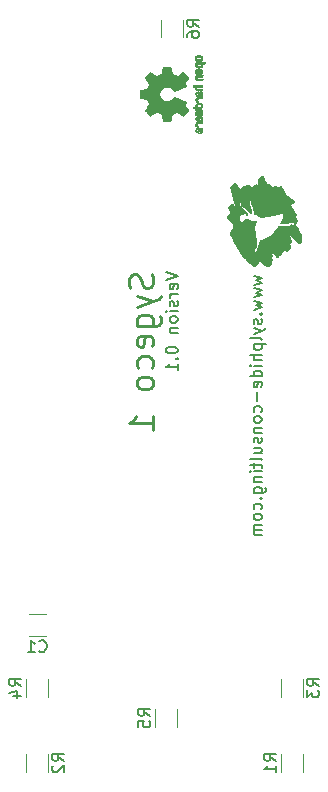
<source format=gbr>
%TF.GenerationSoftware,KiCad,Pcbnew,5.1.7*%
%TF.CreationDate,2020-11-12T05:12:17+01:00*%
%TF.ProjectId,sygeco1,73796765-636f-4312-9e6b-696361645f70,0.1*%
%TF.SameCoordinates,Original*%
%TF.FileFunction,Legend,Bot*%
%TF.FilePolarity,Positive*%
%FSLAX46Y46*%
G04 Gerber Fmt 4.6, Leading zero omitted, Abs format (unit mm)*
G04 Created by KiCad (PCBNEW 5.1.7) date 2020-11-12 05:12:17*
%MOMM*%
%LPD*%
G01*
G04 APERTURE LIST*
%ADD10C,0.150000*%
%ADD11C,0.250000*%
%ADD12C,0.010000*%
%ADD13C,0.120000*%
G04 APERTURE END LIST*
D10*
X149137714Y-79400190D02*
X149804380Y-79590666D01*
X149328190Y-79781142D01*
X149804380Y-79971619D01*
X149137714Y-80162095D01*
X149137714Y-80447809D02*
X149804380Y-80638285D01*
X149328190Y-80828761D01*
X149804380Y-81019238D01*
X149137714Y-81209714D01*
X149137714Y-81495428D02*
X149804380Y-81685904D01*
X149328190Y-81876380D01*
X149804380Y-82066857D01*
X149137714Y-82257333D01*
X149709142Y-82638285D02*
X149756761Y-82685904D01*
X149804380Y-82638285D01*
X149756761Y-82590666D01*
X149709142Y-82638285D01*
X149804380Y-82638285D01*
X149756761Y-83066857D02*
X149804380Y-83162095D01*
X149804380Y-83352571D01*
X149756761Y-83447809D01*
X149661523Y-83495428D01*
X149613904Y-83495428D01*
X149518666Y-83447809D01*
X149471047Y-83352571D01*
X149471047Y-83209714D01*
X149423428Y-83114476D01*
X149328190Y-83066857D01*
X149280571Y-83066857D01*
X149185333Y-83114476D01*
X149137714Y-83209714D01*
X149137714Y-83352571D01*
X149185333Y-83447809D01*
X149137714Y-83828761D02*
X149804380Y-84066857D01*
X149137714Y-84304952D02*
X149804380Y-84066857D01*
X150042476Y-83971619D01*
X150090095Y-83924000D01*
X150137714Y-83828761D01*
X149804380Y-84828761D02*
X149756761Y-84733523D01*
X149661523Y-84685904D01*
X148804380Y-84685904D01*
X149137714Y-85209714D02*
X150137714Y-85209714D01*
X149185333Y-85209714D02*
X149137714Y-85304952D01*
X149137714Y-85495428D01*
X149185333Y-85590666D01*
X149232952Y-85638285D01*
X149328190Y-85685904D01*
X149613904Y-85685904D01*
X149709142Y-85638285D01*
X149756761Y-85590666D01*
X149804380Y-85495428D01*
X149804380Y-85304952D01*
X149756761Y-85209714D01*
X149804380Y-86114476D02*
X148804380Y-86114476D01*
X149804380Y-86543047D02*
X149280571Y-86543047D01*
X149185333Y-86495428D01*
X149137714Y-86400190D01*
X149137714Y-86257333D01*
X149185333Y-86162095D01*
X149232952Y-86114476D01*
X149804380Y-87019238D02*
X149137714Y-87019238D01*
X148804380Y-87019238D02*
X148852000Y-86971619D01*
X148899619Y-87019238D01*
X148852000Y-87066857D01*
X148804380Y-87019238D01*
X148899619Y-87019238D01*
X149804380Y-87924000D02*
X148804380Y-87924000D01*
X149756761Y-87924000D02*
X149804380Y-87828761D01*
X149804380Y-87638285D01*
X149756761Y-87543047D01*
X149709142Y-87495428D01*
X149613904Y-87447809D01*
X149328190Y-87447809D01*
X149232952Y-87495428D01*
X149185333Y-87543047D01*
X149137714Y-87638285D01*
X149137714Y-87828761D01*
X149185333Y-87924000D01*
X149756761Y-88781142D02*
X149804380Y-88685904D01*
X149804380Y-88495428D01*
X149756761Y-88400190D01*
X149661523Y-88352571D01*
X149280571Y-88352571D01*
X149185333Y-88400190D01*
X149137714Y-88495428D01*
X149137714Y-88685904D01*
X149185333Y-88781142D01*
X149280571Y-88828761D01*
X149375809Y-88828761D01*
X149471047Y-88352571D01*
X149423428Y-89257333D02*
X149423428Y-90019238D01*
X149756761Y-90924000D02*
X149804380Y-90828761D01*
X149804380Y-90638285D01*
X149756761Y-90543047D01*
X149709142Y-90495428D01*
X149613904Y-90447809D01*
X149328190Y-90447809D01*
X149232952Y-90495428D01*
X149185333Y-90543047D01*
X149137714Y-90638285D01*
X149137714Y-90828761D01*
X149185333Y-90924000D01*
X149804380Y-91495428D02*
X149756761Y-91400190D01*
X149709142Y-91352571D01*
X149613904Y-91304952D01*
X149328190Y-91304952D01*
X149232952Y-91352571D01*
X149185333Y-91400190D01*
X149137714Y-91495428D01*
X149137714Y-91638285D01*
X149185333Y-91733523D01*
X149232952Y-91781142D01*
X149328190Y-91828761D01*
X149613904Y-91828761D01*
X149709142Y-91781142D01*
X149756761Y-91733523D01*
X149804380Y-91638285D01*
X149804380Y-91495428D01*
X149137714Y-92257333D02*
X149804380Y-92257333D01*
X149232952Y-92257333D02*
X149185333Y-92304952D01*
X149137714Y-92400190D01*
X149137714Y-92543047D01*
X149185333Y-92638285D01*
X149280571Y-92685904D01*
X149804380Y-92685904D01*
X149756761Y-93114476D02*
X149804380Y-93209714D01*
X149804380Y-93400190D01*
X149756761Y-93495428D01*
X149661523Y-93543047D01*
X149613904Y-93543047D01*
X149518666Y-93495428D01*
X149471047Y-93400190D01*
X149471047Y-93257333D01*
X149423428Y-93162095D01*
X149328190Y-93114476D01*
X149280571Y-93114476D01*
X149185333Y-93162095D01*
X149137714Y-93257333D01*
X149137714Y-93400190D01*
X149185333Y-93495428D01*
X149137714Y-94400190D02*
X149804380Y-94400190D01*
X149137714Y-93971619D02*
X149661523Y-93971619D01*
X149756761Y-94019238D01*
X149804380Y-94114476D01*
X149804380Y-94257333D01*
X149756761Y-94352571D01*
X149709142Y-94400190D01*
X149804380Y-95019238D02*
X149756761Y-94924000D01*
X149661523Y-94876380D01*
X148804380Y-94876380D01*
X149137714Y-95257333D02*
X149137714Y-95638285D01*
X148804380Y-95400190D02*
X149661523Y-95400190D01*
X149756761Y-95447809D01*
X149804380Y-95543047D01*
X149804380Y-95638285D01*
X149804380Y-95971619D02*
X149137714Y-95971619D01*
X148804380Y-95971619D02*
X148852000Y-95924000D01*
X148899619Y-95971619D01*
X148852000Y-96019238D01*
X148804380Y-95971619D01*
X148899619Y-95971619D01*
X149137714Y-96447809D02*
X149804380Y-96447809D01*
X149232952Y-96447809D02*
X149185333Y-96495428D01*
X149137714Y-96590666D01*
X149137714Y-96733523D01*
X149185333Y-96828761D01*
X149280571Y-96876380D01*
X149804380Y-96876380D01*
X149137714Y-97781142D02*
X149947238Y-97781142D01*
X150042476Y-97733523D01*
X150090095Y-97685904D01*
X150137714Y-97590666D01*
X150137714Y-97447809D01*
X150090095Y-97352571D01*
X149756761Y-97781142D02*
X149804380Y-97685904D01*
X149804380Y-97495428D01*
X149756761Y-97400190D01*
X149709142Y-97352571D01*
X149613904Y-97304952D01*
X149328190Y-97304952D01*
X149232952Y-97352571D01*
X149185333Y-97400190D01*
X149137714Y-97495428D01*
X149137714Y-97685904D01*
X149185333Y-97781142D01*
X149709142Y-98257333D02*
X149756761Y-98304952D01*
X149804380Y-98257333D01*
X149756761Y-98209714D01*
X149709142Y-98257333D01*
X149804380Y-98257333D01*
X149756761Y-99162095D02*
X149804380Y-99066857D01*
X149804380Y-98876380D01*
X149756761Y-98781142D01*
X149709142Y-98733523D01*
X149613904Y-98685904D01*
X149328190Y-98685904D01*
X149232952Y-98733523D01*
X149185333Y-98781142D01*
X149137714Y-98876380D01*
X149137714Y-99066857D01*
X149185333Y-99162095D01*
X149804380Y-99733523D02*
X149756761Y-99638285D01*
X149709142Y-99590666D01*
X149613904Y-99543047D01*
X149328190Y-99543047D01*
X149232952Y-99590666D01*
X149185333Y-99638285D01*
X149137714Y-99733523D01*
X149137714Y-99876380D01*
X149185333Y-99971619D01*
X149232952Y-100019238D01*
X149328190Y-100066857D01*
X149613904Y-100066857D01*
X149709142Y-100019238D01*
X149756761Y-99971619D01*
X149804380Y-99876380D01*
X149804380Y-99733523D01*
X149804380Y-100495428D02*
X149137714Y-100495428D01*
X149232952Y-100495428D02*
X149185333Y-100543047D01*
X149137714Y-100638285D01*
X149137714Y-100781142D01*
X149185333Y-100876380D01*
X149280571Y-100924000D01*
X149804380Y-100924000D01*
X149280571Y-100924000D02*
X149185333Y-100971619D01*
X149137714Y-101066857D01*
X149137714Y-101209714D01*
X149185333Y-101304952D01*
X149280571Y-101352571D01*
X149804380Y-101352571D01*
X141692380Y-79121523D02*
X142692380Y-79454857D01*
X141692380Y-79788190D01*
X142644761Y-80502476D02*
X142692380Y-80407238D01*
X142692380Y-80216761D01*
X142644761Y-80121523D01*
X142549523Y-80073904D01*
X142168571Y-80073904D01*
X142073333Y-80121523D01*
X142025714Y-80216761D01*
X142025714Y-80407238D01*
X142073333Y-80502476D01*
X142168571Y-80550095D01*
X142263809Y-80550095D01*
X142359047Y-80073904D01*
X142692380Y-80978666D02*
X142025714Y-80978666D01*
X142216190Y-80978666D02*
X142120952Y-81026285D01*
X142073333Y-81073904D01*
X142025714Y-81169142D01*
X142025714Y-81264380D01*
X142644761Y-81550095D02*
X142692380Y-81645333D01*
X142692380Y-81835809D01*
X142644761Y-81931047D01*
X142549523Y-81978666D01*
X142501904Y-81978666D01*
X142406666Y-81931047D01*
X142359047Y-81835809D01*
X142359047Y-81692952D01*
X142311428Y-81597714D01*
X142216190Y-81550095D01*
X142168571Y-81550095D01*
X142073333Y-81597714D01*
X142025714Y-81692952D01*
X142025714Y-81835809D01*
X142073333Y-81931047D01*
X142692380Y-82407238D02*
X142025714Y-82407238D01*
X141692380Y-82407238D02*
X141740000Y-82359619D01*
X141787619Y-82407238D01*
X141740000Y-82454857D01*
X141692380Y-82407238D01*
X141787619Y-82407238D01*
X142692380Y-83026285D02*
X142644761Y-82931047D01*
X142597142Y-82883428D01*
X142501904Y-82835809D01*
X142216190Y-82835809D01*
X142120952Y-82883428D01*
X142073333Y-82931047D01*
X142025714Y-83026285D01*
X142025714Y-83169142D01*
X142073333Y-83264380D01*
X142120952Y-83312000D01*
X142216190Y-83359619D01*
X142501904Y-83359619D01*
X142597142Y-83312000D01*
X142644761Y-83264380D01*
X142692380Y-83169142D01*
X142692380Y-83026285D01*
X142025714Y-83788190D02*
X142692380Y-83788190D01*
X142120952Y-83788190D02*
X142073333Y-83835809D01*
X142025714Y-83931047D01*
X142025714Y-84073904D01*
X142073333Y-84169142D01*
X142168571Y-84216761D01*
X142692380Y-84216761D01*
X141692380Y-85645333D02*
X141692380Y-85740571D01*
X141740000Y-85835809D01*
X141787619Y-85883428D01*
X141882857Y-85931047D01*
X142073333Y-85978666D01*
X142311428Y-85978666D01*
X142501904Y-85931047D01*
X142597142Y-85883428D01*
X142644761Y-85835809D01*
X142692380Y-85740571D01*
X142692380Y-85645333D01*
X142644761Y-85550095D01*
X142597142Y-85502476D01*
X142501904Y-85454857D01*
X142311428Y-85407238D01*
X142073333Y-85407238D01*
X141882857Y-85454857D01*
X141787619Y-85502476D01*
X141740000Y-85550095D01*
X141692380Y-85645333D01*
X142597142Y-86407238D02*
X142644761Y-86454857D01*
X142692380Y-86407238D01*
X142644761Y-86359619D01*
X142597142Y-86407238D01*
X142692380Y-86407238D01*
X142692380Y-87407238D02*
X142692380Y-86835809D01*
X142692380Y-87121523D02*
X141692380Y-87121523D01*
X141835238Y-87026285D01*
X141930476Y-86931047D01*
X141978095Y-86835809D01*
D11*
X140509523Y-79280571D02*
X140604761Y-79566285D01*
X140604761Y-80042476D01*
X140509523Y-80232952D01*
X140414285Y-80328190D01*
X140223809Y-80423428D01*
X140033333Y-80423428D01*
X139842857Y-80328190D01*
X139747619Y-80232952D01*
X139652380Y-80042476D01*
X139557142Y-79661523D01*
X139461904Y-79471047D01*
X139366666Y-79375809D01*
X139176190Y-79280571D01*
X138985714Y-79280571D01*
X138795238Y-79375809D01*
X138700000Y-79471047D01*
X138604761Y-79661523D01*
X138604761Y-80137714D01*
X138700000Y-80423428D01*
X139271428Y-81090095D02*
X140604761Y-81566285D01*
X139271428Y-82042476D02*
X140604761Y-81566285D01*
X141080952Y-81375809D01*
X141176190Y-81280571D01*
X141271428Y-81090095D01*
X139271428Y-83661523D02*
X140890476Y-83661523D01*
X141080952Y-83566285D01*
X141176190Y-83471047D01*
X141271428Y-83280571D01*
X141271428Y-82994857D01*
X141176190Y-82804380D01*
X140509523Y-83661523D02*
X140604761Y-83471047D01*
X140604761Y-83090095D01*
X140509523Y-82899619D01*
X140414285Y-82804380D01*
X140223809Y-82709142D01*
X139652380Y-82709142D01*
X139461904Y-82804380D01*
X139366666Y-82899619D01*
X139271428Y-83090095D01*
X139271428Y-83471047D01*
X139366666Y-83661523D01*
X140509523Y-85375809D02*
X140604761Y-85185333D01*
X140604761Y-84804380D01*
X140509523Y-84613904D01*
X140319047Y-84518666D01*
X139557142Y-84518666D01*
X139366666Y-84613904D01*
X139271428Y-84804380D01*
X139271428Y-85185333D01*
X139366666Y-85375809D01*
X139557142Y-85471047D01*
X139747619Y-85471047D01*
X139938095Y-84518666D01*
X140509523Y-87185333D02*
X140604761Y-86994857D01*
X140604761Y-86613904D01*
X140509523Y-86423428D01*
X140414285Y-86328190D01*
X140223809Y-86232952D01*
X139652380Y-86232952D01*
X139461904Y-86328190D01*
X139366666Y-86423428D01*
X139271428Y-86613904D01*
X139271428Y-86994857D01*
X139366666Y-87185333D01*
X140604761Y-88328190D02*
X140509523Y-88137714D01*
X140414285Y-88042476D01*
X140223809Y-87947238D01*
X139652380Y-87947238D01*
X139461904Y-88042476D01*
X139366666Y-88137714D01*
X139271428Y-88328190D01*
X139271428Y-88613904D01*
X139366666Y-88804380D01*
X139461904Y-88899619D01*
X139652380Y-88994857D01*
X140223809Y-88994857D01*
X140414285Y-88899619D01*
X140509523Y-88804380D01*
X140604761Y-88613904D01*
X140604761Y-88328190D01*
X140604761Y-92423428D02*
X140604761Y-91280571D01*
X140604761Y-91852000D02*
X138604761Y-91852000D01*
X138890476Y-91661523D01*
X139080952Y-91471047D01*
X139176190Y-91280571D01*
D12*
%TO.C,REF\u002A\u002A*%
G36*
X139482348Y-64111910D02*
G01*
X139482778Y-64190454D01*
X139483942Y-64247298D01*
X139486207Y-64286105D01*
X139489940Y-64310538D01*
X139495506Y-64324262D01*
X139503273Y-64330940D01*
X139513605Y-64334236D01*
X139514943Y-64334556D01*
X139539079Y-64339562D01*
X139586701Y-64348829D01*
X139652741Y-64361392D01*
X139732128Y-64376287D01*
X139819796Y-64392551D01*
X139822875Y-64393119D01*
X139908789Y-64409410D01*
X139984696Y-64424652D01*
X140046045Y-64437861D01*
X140088282Y-64448054D01*
X140106855Y-64454248D01*
X140107184Y-64454543D01*
X140116253Y-64472788D01*
X140131367Y-64510405D01*
X140149262Y-64559271D01*
X140149358Y-64559543D01*
X140172493Y-64621093D01*
X140201965Y-64693657D01*
X140231597Y-64762057D01*
X140233062Y-64765294D01*
X140283626Y-64876702D01*
X140115160Y-65123399D01*
X140063803Y-65199077D01*
X140017889Y-65267631D01*
X139980030Y-65325088D01*
X139952837Y-65367476D01*
X139938921Y-65390825D01*
X139937889Y-65393042D01*
X139942484Y-65410010D01*
X139964655Y-65441701D01*
X140005447Y-65489352D01*
X140065905Y-65554198D01*
X140130227Y-65620397D01*
X140193612Y-65684214D01*
X140251451Y-65741329D01*
X140300175Y-65788305D01*
X140336210Y-65821703D01*
X140355984Y-65838085D01*
X140357002Y-65838694D01*
X140370572Y-65840505D01*
X140392733Y-65833683D01*
X140426478Y-65816540D01*
X140474800Y-65787393D01*
X140540692Y-65744555D01*
X140625517Y-65687448D01*
X140700177Y-65636766D01*
X140767140Y-65591461D01*
X140822516Y-65554150D01*
X140862420Y-65527452D01*
X140882962Y-65513985D01*
X140884356Y-65513137D01*
X140904038Y-65514781D01*
X140942293Y-65527245D01*
X140991889Y-65548048D01*
X141007728Y-65555462D01*
X141078290Y-65587814D01*
X141158353Y-65622328D01*
X141227629Y-65650365D01*
X141279045Y-65670568D01*
X141318119Y-65686615D01*
X141338541Y-65695888D01*
X141340114Y-65697041D01*
X141342721Y-65714096D01*
X141349863Y-65754298D01*
X141360523Y-65812302D01*
X141373685Y-65882763D01*
X141388333Y-65960335D01*
X141403449Y-66039672D01*
X141418018Y-66115431D01*
X141431022Y-66182264D01*
X141441445Y-66234828D01*
X141448270Y-66267776D01*
X141450199Y-66275857D01*
X141454962Y-66284205D01*
X141465718Y-66290506D01*
X141486098Y-66295045D01*
X141519734Y-66298104D01*
X141570255Y-66299967D01*
X141641292Y-66300918D01*
X141736476Y-66301240D01*
X141775492Y-66301257D01*
X142092799Y-66301257D01*
X142107839Y-66225057D01*
X142115995Y-66182663D01*
X142127899Y-66119400D01*
X142142116Y-66042962D01*
X142157210Y-65961043D01*
X142161355Y-65938400D01*
X142176053Y-65862806D01*
X142190505Y-65796953D01*
X142203375Y-65746366D01*
X142213322Y-65716574D01*
X142216287Y-65711612D01*
X142237283Y-65699426D01*
X142277967Y-65681953D01*
X142330322Y-65662577D01*
X142341600Y-65658734D01*
X142411523Y-65633339D01*
X142490418Y-65601817D01*
X142561266Y-65570969D01*
X142561595Y-65570817D01*
X142672733Y-65519447D01*
X142921253Y-65688399D01*
X143169772Y-65857352D01*
X143387058Y-65640429D01*
X143451726Y-65574819D01*
X143508733Y-65514979D01*
X143555033Y-65464267D01*
X143587584Y-65426046D01*
X143603343Y-65403675D01*
X143604343Y-65400466D01*
X143596469Y-65381626D01*
X143574578Y-65343180D01*
X143541267Y-65289330D01*
X143499131Y-65224276D01*
X143451943Y-65153940D01*
X143403810Y-65082555D01*
X143361928Y-65018908D01*
X143328871Y-64967041D01*
X143307218Y-64930995D01*
X143299543Y-64914867D01*
X143306037Y-64895189D01*
X143323150Y-64857875D01*
X143347326Y-64810621D01*
X143350013Y-64805612D01*
X143381927Y-64741977D01*
X143397579Y-64698341D01*
X143397745Y-64671202D01*
X143383204Y-64657057D01*
X143383000Y-64656975D01*
X143365779Y-64649905D01*
X143324899Y-64633042D01*
X143263525Y-64607695D01*
X143184819Y-64575171D01*
X143091947Y-64536778D01*
X142988072Y-64493822D01*
X142887502Y-64452222D01*
X142776516Y-64406504D01*
X142673703Y-64364526D01*
X142582215Y-64327548D01*
X142505201Y-64296827D01*
X142445815Y-64273622D01*
X142407209Y-64259190D01*
X142392800Y-64254743D01*
X142376272Y-64265896D01*
X142349930Y-64295069D01*
X142320887Y-64333971D01*
X142229039Y-64444757D01*
X142123759Y-64531351D01*
X142007266Y-64592716D01*
X141881776Y-64627815D01*
X141749507Y-64635608D01*
X141688457Y-64629943D01*
X141561795Y-64599078D01*
X141449941Y-64545920D01*
X141354001Y-64473767D01*
X141275076Y-64385917D01*
X141214270Y-64285665D01*
X141172687Y-64176310D01*
X141151428Y-64061147D01*
X141151599Y-63943475D01*
X141174301Y-63826590D01*
X141220638Y-63713789D01*
X141291713Y-63608369D01*
X141331911Y-63564368D01*
X141435129Y-63479979D01*
X141547925Y-63421222D01*
X141667010Y-63387704D01*
X141789095Y-63379035D01*
X141910893Y-63394823D01*
X142029116Y-63434678D01*
X142140475Y-63498207D01*
X142241684Y-63585021D01*
X142320887Y-63682029D01*
X142351162Y-63722437D01*
X142377219Y-63750982D01*
X142392825Y-63761257D01*
X142409843Y-63755877D01*
X142450500Y-63740575D01*
X142511642Y-63716612D01*
X142590119Y-63685244D01*
X142682780Y-63647732D01*
X142786472Y-63605333D01*
X142887526Y-63563663D01*
X142998607Y-63517690D01*
X143101541Y-63475107D01*
X143193165Y-63437221D01*
X143270316Y-63405340D01*
X143329831Y-63380771D01*
X143368544Y-63364820D01*
X143383000Y-63358910D01*
X143397685Y-63344948D01*
X143397642Y-63317940D01*
X143382099Y-63274413D01*
X143350284Y-63210890D01*
X143350013Y-63210388D01*
X143325323Y-63162560D01*
X143307338Y-63123897D01*
X143299614Y-63102095D01*
X143299543Y-63101133D01*
X143307378Y-63084721D01*
X143329165Y-63048487D01*
X143362328Y-62996474D01*
X143404291Y-62932725D01*
X143451943Y-62862060D01*
X143500191Y-62790116D01*
X143542151Y-62725274D01*
X143575227Y-62671735D01*
X143596821Y-62633697D01*
X143604343Y-62615533D01*
X143594457Y-62598808D01*
X143566826Y-62565180D01*
X143524495Y-62518010D01*
X143470505Y-62460658D01*
X143407899Y-62396484D01*
X143386983Y-62375497D01*
X143169623Y-62158499D01*
X142927220Y-62323668D01*
X142852781Y-62373864D01*
X142785972Y-62417919D01*
X142730665Y-62453362D01*
X142690729Y-62477719D01*
X142670036Y-62488522D01*
X142668563Y-62488838D01*
X142649058Y-62483143D01*
X142609822Y-62467826D01*
X142557430Y-62445537D01*
X142522355Y-62429893D01*
X142455201Y-62400641D01*
X142387358Y-62373094D01*
X142330034Y-62351737D01*
X142312572Y-62345935D01*
X142265938Y-62329452D01*
X142229905Y-62313340D01*
X142216287Y-62304490D01*
X142207952Y-62284960D01*
X142196137Y-62242334D01*
X142182181Y-62182145D01*
X142167422Y-62109922D01*
X142161355Y-62077600D01*
X142146273Y-61995522D01*
X142131669Y-61916795D01*
X142118980Y-61849109D01*
X142109642Y-61800160D01*
X142107839Y-61790943D01*
X142092799Y-61714743D01*
X141775492Y-61714743D01*
X141671154Y-61714914D01*
X141592213Y-61715616D01*
X141535038Y-61717134D01*
X141495999Y-61719749D01*
X141471465Y-61723746D01*
X141457805Y-61729409D01*
X141451389Y-61737020D01*
X141450199Y-61740143D01*
X141445980Y-61758978D01*
X141437562Y-61800588D01*
X141425961Y-61859630D01*
X141412195Y-61930757D01*
X141397280Y-62008625D01*
X141382232Y-62087887D01*
X141368069Y-62163198D01*
X141355806Y-62229213D01*
X141346461Y-62280587D01*
X141341050Y-62311975D01*
X141340114Y-62318959D01*
X141327596Y-62325285D01*
X141294246Y-62339290D01*
X141246377Y-62358355D01*
X141227629Y-62365634D01*
X141155195Y-62394996D01*
X141075170Y-62429571D01*
X141007728Y-62460537D01*
X140956159Y-62483323D01*
X140913785Y-62498482D01*
X140887834Y-62503542D01*
X140884356Y-62502736D01*
X140867936Y-62492041D01*
X140831417Y-62467620D01*
X140778687Y-62432095D01*
X140713635Y-62388087D01*
X140640151Y-62338217D01*
X140625645Y-62328356D01*
X140539704Y-62270492D01*
X140474261Y-62227956D01*
X140426304Y-62199054D01*
X140392820Y-62182090D01*
X140370795Y-62175367D01*
X140357217Y-62177190D01*
X140357131Y-62177236D01*
X140339297Y-62191586D01*
X140304817Y-62223323D01*
X140257268Y-62269010D01*
X140200222Y-62325204D01*
X140137255Y-62388468D01*
X140130227Y-62395602D01*
X140053020Y-62475330D01*
X139996330Y-62536857D01*
X139959110Y-62581421D01*
X139940315Y-62610257D01*
X139937889Y-62622958D01*
X139948471Y-62641494D01*
X139972916Y-62679961D01*
X140008612Y-62734386D01*
X140052947Y-62800798D01*
X140103311Y-62875225D01*
X140115160Y-62892601D01*
X140283626Y-63139297D01*
X140233062Y-63250706D01*
X140203595Y-63318457D01*
X140173959Y-63391183D01*
X140150330Y-63453703D01*
X140149358Y-63456457D01*
X140131457Y-63505360D01*
X140116320Y-63543057D01*
X140107210Y-63561425D01*
X140107184Y-63561456D01*
X140090717Y-63567285D01*
X140050219Y-63577192D01*
X139990242Y-63590195D01*
X139915340Y-63605309D01*
X139830064Y-63621552D01*
X139822875Y-63622881D01*
X139735014Y-63639175D01*
X139655260Y-63654133D01*
X139588681Y-63666791D01*
X139540347Y-63676186D01*
X139515325Y-63681354D01*
X139514943Y-63681444D01*
X139504299Y-63684589D01*
X139496262Y-63690704D01*
X139490467Y-63703453D01*
X139486547Y-63726500D01*
X139484135Y-63763509D01*
X139482865Y-63818144D01*
X139482371Y-63894067D01*
X139482286Y-63994944D01*
X139482286Y-64008000D01*
X139482348Y-64111910D01*
G37*
X139482348Y-64111910D02*
X139482778Y-64190454D01*
X139483942Y-64247298D01*
X139486207Y-64286105D01*
X139489940Y-64310538D01*
X139495506Y-64324262D01*
X139503273Y-64330940D01*
X139513605Y-64334236D01*
X139514943Y-64334556D01*
X139539079Y-64339562D01*
X139586701Y-64348829D01*
X139652741Y-64361392D01*
X139732128Y-64376287D01*
X139819796Y-64392551D01*
X139822875Y-64393119D01*
X139908789Y-64409410D01*
X139984696Y-64424652D01*
X140046045Y-64437861D01*
X140088282Y-64448054D01*
X140106855Y-64454248D01*
X140107184Y-64454543D01*
X140116253Y-64472788D01*
X140131367Y-64510405D01*
X140149262Y-64559271D01*
X140149358Y-64559543D01*
X140172493Y-64621093D01*
X140201965Y-64693657D01*
X140231597Y-64762057D01*
X140233062Y-64765294D01*
X140283626Y-64876702D01*
X140115160Y-65123399D01*
X140063803Y-65199077D01*
X140017889Y-65267631D01*
X139980030Y-65325088D01*
X139952837Y-65367476D01*
X139938921Y-65390825D01*
X139937889Y-65393042D01*
X139942484Y-65410010D01*
X139964655Y-65441701D01*
X140005447Y-65489352D01*
X140065905Y-65554198D01*
X140130227Y-65620397D01*
X140193612Y-65684214D01*
X140251451Y-65741329D01*
X140300175Y-65788305D01*
X140336210Y-65821703D01*
X140355984Y-65838085D01*
X140357002Y-65838694D01*
X140370572Y-65840505D01*
X140392733Y-65833683D01*
X140426478Y-65816540D01*
X140474800Y-65787393D01*
X140540692Y-65744555D01*
X140625517Y-65687448D01*
X140700177Y-65636766D01*
X140767140Y-65591461D01*
X140822516Y-65554150D01*
X140862420Y-65527452D01*
X140882962Y-65513985D01*
X140884356Y-65513137D01*
X140904038Y-65514781D01*
X140942293Y-65527245D01*
X140991889Y-65548048D01*
X141007728Y-65555462D01*
X141078290Y-65587814D01*
X141158353Y-65622328D01*
X141227629Y-65650365D01*
X141279045Y-65670568D01*
X141318119Y-65686615D01*
X141338541Y-65695888D01*
X141340114Y-65697041D01*
X141342721Y-65714096D01*
X141349863Y-65754298D01*
X141360523Y-65812302D01*
X141373685Y-65882763D01*
X141388333Y-65960335D01*
X141403449Y-66039672D01*
X141418018Y-66115431D01*
X141431022Y-66182264D01*
X141441445Y-66234828D01*
X141448270Y-66267776D01*
X141450199Y-66275857D01*
X141454962Y-66284205D01*
X141465718Y-66290506D01*
X141486098Y-66295045D01*
X141519734Y-66298104D01*
X141570255Y-66299967D01*
X141641292Y-66300918D01*
X141736476Y-66301240D01*
X141775492Y-66301257D01*
X142092799Y-66301257D01*
X142107839Y-66225057D01*
X142115995Y-66182663D01*
X142127899Y-66119400D01*
X142142116Y-66042962D01*
X142157210Y-65961043D01*
X142161355Y-65938400D01*
X142176053Y-65862806D01*
X142190505Y-65796953D01*
X142203375Y-65746366D01*
X142213322Y-65716574D01*
X142216287Y-65711612D01*
X142237283Y-65699426D01*
X142277967Y-65681953D01*
X142330322Y-65662577D01*
X142341600Y-65658734D01*
X142411523Y-65633339D01*
X142490418Y-65601817D01*
X142561266Y-65570969D01*
X142561595Y-65570817D01*
X142672733Y-65519447D01*
X142921253Y-65688399D01*
X143169772Y-65857352D01*
X143387058Y-65640429D01*
X143451726Y-65574819D01*
X143508733Y-65514979D01*
X143555033Y-65464267D01*
X143587584Y-65426046D01*
X143603343Y-65403675D01*
X143604343Y-65400466D01*
X143596469Y-65381626D01*
X143574578Y-65343180D01*
X143541267Y-65289330D01*
X143499131Y-65224276D01*
X143451943Y-65153940D01*
X143403810Y-65082555D01*
X143361928Y-65018908D01*
X143328871Y-64967041D01*
X143307218Y-64930995D01*
X143299543Y-64914867D01*
X143306037Y-64895189D01*
X143323150Y-64857875D01*
X143347326Y-64810621D01*
X143350013Y-64805612D01*
X143381927Y-64741977D01*
X143397579Y-64698341D01*
X143397745Y-64671202D01*
X143383204Y-64657057D01*
X143383000Y-64656975D01*
X143365779Y-64649905D01*
X143324899Y-64633042D01*
X143263525Y-64607695D01*
X143184819Y-64575171D01*
X143091947Y-64536778D01*
X142988072Y-64493822D01*
X142887502Y-64452222D01*
X142776516Y-64406504D01*
X142673703Y-64364526D01*
X142582215Y-64327548D01*
X142505201Y-64296827D01*
X142445815Y-64273622D01*
X142407209Y-64259190D01*
X142392800Y-64254743D01*
X142376272Y-64265896D01*
X142349930Y-64295069D01*
X142320887Y-64333971D01*
X142229039Y-64444757D01*
X142123759Y-64531351D01*
X142007266Y-64592716D01*
X141881776Y-64627815D01*
X141749507Y-64635608D01*
X141688457Y-64629943D01*
X141561795Y-64599078D01*
X141449941Y-64545920D01*
X141354001Y-64473767D01*
X141275076Y-64385917D01*
X141214270Y-64285665D01*
X141172687Y-64176310D01*
X141151428Y-64061147D01*
X141151599Y-63943475D01*
X141174301Y-63826590D01*
X141220638Y-63713789D01*
X141291713Y-63608369D01*
X141331911Y-63564368D01*
X141435129Y-63479979D01*
X141547925Y-63421222D01*
X141667010Y-63387704D01*
X141789095Y-63379035D01*
X141910893Y-63394823D01*
X142029116Y-63434678D01*
X142140475Y-63498207D01*
X142241684Y-63585021D01*
X142320887Y-63682029D01*
X142351162Y-63722437D01*
X142377219Y-63750982D01*
X142392825Y-63761257D01*
X142409843Y-63755877D01*
X142450500Y-63740575D01*
X142511642Y-63716612D01*
X142590119Y-63685244D01*
X142682780Y-63647732D01*
X142786472Y-63605333D01*
X142887526Y-63563663D01*
X142998607Y-63517690D01*
X143101541Y-63475107D01*
X143193165Y-63437221D01*
X143270316Y-63405340D01*
X143329831Y-63380771D01*
X143368544Y-63364820D01*
X143383000Y-63358910D01*
X143397685Y-63344948D01*
X143397642Y-63317940D01*
X143382099Y-63274413D01*
X143350284Y-63210890D01*
X143350013Y-63210388D01*
X143325323Y-63162560D01*
X143307338Y-63123897D01*
X143299614Y-63102095D01*
X143299543Y-63101133D01*
X143307378Y-63084721D01*
X143329165Y-63048487D01*
X143362328Y-62996474D01*
X143404291Y-62932725D01*
X143451943Y-62862060D01*
X143500191Y-62790116D01*
X143542151Y-62725274D01*
X143575227Y-62671735D01*
X143596821Y-62633697D01*
X143604343Y-62615533D01*
X143594457Y-62598808D01*
X143566826Y-62565180D01*
X143524495Y-62518010D01*
X143470505Y-62460658D01*
X143407899Y-62396484D01*
X143386983Y-62375497D01*
X143169623Y-62158499D01*
X142927220Y-62323668D01*
X142852781Y-62373864D01*
X142785972Y-62417919D01*
X142730665Y-62453362D01*
X142690729Y-62477719D01*
X142670036Y-62488522D01*
X142668563Y-62488838D01*
X142649058Y-62483143D01*
X142609822Y-62467826D01*
X142557430Y-62445537D01*
X142522355Y-62429893D01*
X142455201Y-62400641D01*
X142387358Y-62373094D01*
X142330034Y-62351737D01*
X142312572Y-62345935D01*
X142265938Y-62329452D01*
X142229905Y-62313340D01*
X142216287Y-62304490D01*
X142207952Y-62284960D01*
X142196137Y-62242334D01*
X142182181Y-62182145D01*
X142167422Y-62109922D01*
X142161355Y-62077600D01*
X142146273Y-61995522D01*
X142131669Y-61916795D01*
X142118980Y-61849109D01*
X142109642Y-61800160D01*
X142107839Y-61790943D01*
X142092799Y-61714743D01*
X141775492Y-61714743D01*
X141671154Y-61714914D01*
X141592213Y-61715616D01*
X141535038Y-61717134D01*
X141495999Y-61719749D01*
X141471465Y-61723746D01*
X141457805Y-61729409D01*
X141451389Y-61737020D01*
X141450199Y-61740143D01*
X141445980Y-61758978D01*
X141437562Y-61800588D01*
X141425961Y-61859630D01*
X141412195Y-61930757D01*
X141397280Y-62008625D01*
X141382232Y-62087887D01*
X141368069Y-62163198D01*
X141355806Y-62229213D01*
X141346461Y-62280587D01*
X141341050Y-62311975D01*
X141340114Y-62318959D01*
X141327596Y-62325285D01*
X141294246Y-62339290D01*
X141246377Y-62358355D01*
X141227629Y-62365634D01*
X141155195Y-62394996D01*
X141075170Y-62429571D01*
X141007728Y-62460537D01*
X140956159Y-62483323D01*
X140913785Y-62498482D01*
X140887834Y-62503542D01*
X140884356Y-62502736D01*
X140867936Y-62492041D01*
X140831417Y-62467620D01*
X140778687Y-62432095D01*
X140713635Y-62388087D01*
X140640151Y-62338217D01*
X140625645Y-62328356D01*
X140539704Y-62270492D01*
X140474261Y-62227956D01*
X140426304Y-62199054D01*
X140392820Y-62182090D01*
X140370795Y-62175367D01*
X140357217Y-62177190D01*
X140357131Y-62177236D01*
X140339297Y-62191586D01*
X140304817Y-62223323D01*
X140257268Y-62269010D01*
X140200222Y-62325204D01*
X140137255Y-62388468D01*
X140130227Y-62395602D01*
X140053020Y-62475330D01*
X139996330Y-62536857D01*
X139959110Y-62581421D01*
X139940315Y-62610257D01*
X139937889Y-62622958D01*
X139948471Y-62641494D01*
X139972916Y-62679961D01*
X140008612Y-62734386D01*
X140052947Y-62800798D01*
X140103311Y-62875225D01*
X140115160Y-62892601D01*
X140283626Y-63139297D01*
X140233062Y-63250706D01*
X140203595Y-63318457D01*
X140173959Y-63391183D01*
X140150330Y-63453703D01*
X140149358Y-63456457D01*
X140131457Y-63505360D01*
X140116320Y-63543057D01*
X140107210Y-63561425D01*
X140107184Y-63561456D01*
X140090717Y-63567285D01*
X140050219Y-63577192D01*
X139990242Y-63590195D01*
X139915340Y-63605309D01*
X139830064Y-63621552D01*
X139822875Y-63622881D01*
X139735014Y-63639175D01*
X139655260Y-63654133D01*
X139588681Y-63666791D01*
X139540347Y-63676186D01*
X139515325Y-63681354D01*
X139514943Y-63681444D01*
X139504299Y-63684589D01*
X139496262Y-63690704D01*
X139490467Y-63703453D01*
X139486547Y-63726500D01*
X139484135Y-63763509D01*
X139482865Y-63818144D01*
X139482371Y-63894067D01*
X139482286Y-63994944D01*
X139482286Y-64008000D01*
X139482348Y-64111910D01*
G36*
X144206966Y-67161595D02*
G01*
X144244497Y-67219021D01*
X144278096Y-67246719D01*
X144339064Y-67268662D01*
X144387308Y-67270405D01*
X144451816Y-67266457D01*
X144516934Y-67117686D01*
X144550202Y-67045349D01*
X144576964Y-66998084D01*
X144600144Y-66973507D01*
X144622667Y-66969237D01*
X144647455Y-66982889D01*
X144663886Y-66997943D01*
X144690235Y-67041746D01*
X144692081Y-67089389D01*
X144671546Y-67133145D01*
X144630752Y-67165289D01*
X144616347Y-67171038D01*
X144571356Y-67198576D01*
X144552182Y-67230258D01*
X144535779Y-67273714D01*
X144597966Y-67273714D01*
X144640283Y-67269872D01*
X144675969Y-67254823D01*
X144716943Y-67223280D01*
X144722267Y-67218592D01*
X144758720Y-67183506D01*
X144778283Y-67153347D01*
X144787283Y-67115615D01*
X144790230Y-67084335D01*
X144790965Y-67028385D01*
X144781660Y-66988555D01*
X144767846Y-66963708D01*
X144737467Y-66924656D01*
X144704613Y-66897625D01*
X144663294Y-66880517D01*
X144607521Y-66871238D01*
X144531305Y-66867693D01*
X144492622Y-66867410D01*
X144446247Y-66868372D01*
X144446247Y-66956007D01*
X144471126Y-66957023D01*
X144475200Y-66959556D01*
X144469665Y-66976274D01*
X144455017Y-67012249D01*
X144434190Y-67060331D01*
X144429714Y-67070386D01*
X144398814Y-67131152D01*
X144371657Y-67164632D01*
X144346220Y-67171990D01*
X144320481Y-67154391D01*
X144309109Y-67139856D01*
X144286364Y-67087410D01*
X144290122Y-67038322D01*
X144317884Y-66997227D01*
X144367152Y-66968758D01*
X144406257Y-66959631D01*
X144446247Y-66956007D01*
X144446247Y-66868372D01*
X144402249Y-66869285D01*
X144335384Y-66876196D01*
X144286695Y-66889884D01*
X144250849Y-66912096D01*
X144222513Y-66944574D01*
X144213355Y-66958733D01*
X144189507Y-67023053D01*
X144188006Y-67093473D01*
X144206966Y-67161595D01*
G37*
X144206966Y-67161595D02*
X144244497Y-67219021D01*
X144278096Y-67246719D01*
X144339064Y-67268662D01*
X144387308Y-67270405D01*
X144451816Y-67266457D01*
X144516934Y-67117686D01*
X144550202Y-67045349D01*
X144576964Y-66998084D01*
X144600144Y-66973507D01*
X144622667Y-66969237D01*
X144647455Y-66982889D01*
X144663886Y-66997943D01*
X144690235Y-67041746D01*
X144692081Y-67089389D01*
X144671546Y-67133145D01*
X144630752Y-67165289D01*
X144616347Y-67171038D01*
X144571356Y-67198576D01*
X144552182Y-67230258D01*
X144535779Y-67273714D01*
X144597966Y-67273714D01*
X144640283Y-67269872D01*
X144675969Y-67254823D01*
X144716943Y-67223280D01*
X144722267Y-67218592D01*
X144758720Y-67183506D01*
X144778283Y-67153347D01*
X144787283Y-67115615D01*
X144790230Y-67084335D01*
X144790965Y-67028385D01*
X144781660Y-66988555D01*
X144767846Y-66963708D01*
X144737467Y-66924656D01*
X144704613Y-66897625D01*
X144663294Y-66880517D01*
X144607521Y-66871238D01*
X144531305Y-66867693D01*
X144492622Y-66867410D01*
X144446247Y-66868372D01*
X144446247Y-66956007D01*
X144471126Y-66957023D01*
X144475200Y-66959556D01*
X144469665Y-66976274D01*
X144455017Y-67012249D01*
X144434190Y-67060331D01*
X144429714Y-67070386D01*
X144398814Y-67131152D01*
X144371657Y-67164632D01*
X144346220Y-67171990D01*
X144320481Y-67154391D01*
X144309109Y-67139856D01*
X144286364Y-67087410D01*
X144290122Y-67038322D01*
X144317884Y-66997227D01*
X144367152Y-66968758D01*
X144406257Y-66959631D01*
X144446247Y-66956007D01*
X144446247Y-66868372D01*
X144402249Y-66869285D01*
X144335384Y-66876196D01*
X144286695Y-66889884D01*
X144250849Y-66912096D01*
X144222513Y-66944574D01*
X144213355Y-66958733D01*
X144189507Y-67023053D01*
X144188006Y-67093473D01*
X144206966Y-67161595D01*
G36*
X144198752Y-66660600D02*
G01*
X144206334Y-66677948D01*
X144239128Y-66719356D01*
X144286547Y-66754765D01*
X144337151Y-66776664D01*
X144362098Y-66780229D01*
X144396927Y-66768279D01*
X144415357Y-66742067D01*
X144426516Y-66713964D01*
X144428572Y-66701095D01*
X144413649Y-66694829D01*
X144381175Y-66682456D01*
X144366502Y-66677028D01*
X144315744Y-66646590D01*
X144290427Y-66602520D01*
X144291206Y-66546010D01*
X144292203Y-66541825D01*
X144306507Y-66511655D01*
X144334393Y-66489476D01*
X144379287Y-66474327D01*
X144444615Y-66465250D01*
X144533804Y-66461286D01*
X144581261Y-66460914D01*
X144656071Y-66460730D01*
X144707069Y-66459522D01*
X144739471Y-66456309D01*
X144758495Y-66450109D01*
X144769356Y-66439940D01*
X144777272Y-66424819D01*
X144777670Y-66423946D01*
X144789981Y-66394828D01*
X144794514Y-66380403D01*
X144780809Y-66378186D01*
X144742925Y-66376289D01*
X144685715Y-66374847D01*
X144614027Y-66373998D01*
X144561565Y-66373829D01*
X144460047Y-66374692D01*
X144383032Y-66378070D01*
X144326023Y-66385142D01*
X144284526Y-66397088D01*
X144254043Y-66415090D01*
X144230080Y-66440327D01*
X144213355Y-66465247D01*
X144191097Y-66525171D01*
X144186076Y-66594911D01*
X144198752Y-66660600D01*
G37*
X144198752Y-66660600D02*
X144206334Y-66677948D01*
X144239128Y-66719356D01*
X144286547Y-66754765D01*
X144337151Y-66776664D01*
X144362098Y-66780229D01*
X144396927Y-66768279D01*
X144415357Y-66742067D01*
X144426516Y-66713964D01*
X144428572Y-66701095D01*
X144413649Y-66694829D01*
X144381175Y-66682456D01*
X144366502Y-66677028D01*
X144315744Y-66646590D01*
X144290427Y-66602520D01*
X144291206Y-66546010D01*
X144292203Y-66541825D01*
X144306507Y-66511655D01*
X144334393Y-66489476D01*
X144379287Y-66474327D01*
X144444615Y-66465250D01*
X144533804Y-66461286D01*
X144581261Y-66460914D01*
X144656071Y-66460730D01*
X144707069Y-66459522D01*
X144739471Y-66456309D01*
X144758495Y-66450109D01*
X144769356Y-66439940D01*
X144777272Y-66424819D01*
X144777670Y-66423946D01*
X144789981Y-66394828D01*
X144794514Y-66380403D01*
X144780809Y-66378186D01*
X144742925Y-66376289D01*
X144685715Y-66374847D01*
X144614027Y-66373998D01*
X144561565Y-66373829D01*
X144460047Y-66374692D01*
X144383032Y-66378070D01*
X144326023Y-66385142D01*
X144284526Y-66397088D01*
X144254043Y-66415090D01*
X144230080Y-66440327D01*
X144213355Y-66465247D01*
X144191097Y-66525171D01*
X144186076Y-66594911D01*
X144198752Y-66660600D01*
G36*
X144196335Y-66152876D02*
G01*
X144215344Y-66194667D01*
X144238378Y-66227469D01*
X144264133Y-66251503D01*
X144297358Y-66268097D01*
X144342800Y-66278577D01*
X144405207Y-66284271D01*
X144489327Y-66286507D01*
X144544721Y-66286743D01*
X144760826Y-66286743D01*
X144777670Y-66249774D01*
X144789981Y-66220656D01*
X144794514Y-66206231D01*
X144781025Y-66203472D01*
X144744653Y-66201282D01*
X144691542Y-66199942D01*
X144649372Y-66199657D01*
X144588447Y-66198434D01*
X144540115Y-66195136D01*
X144510518Y-66190321D01*
X144504229Y-66186496D01*
X144510652Y-66160783D01*
X144527125Y-66120418D01*
X144549458Y-66073679D01*
X144573457Y-66028845D01*
X144594930Y-65994193D01*
X144609685Y-65978002D01*
X144609845Y-65977938D01*
X144637152Y-65979330D01*
X144663219Y-65991818D01*
X144684392Y-66013743D01*
X144691474Y-66045743D01*
X144690649Y-66073092D01*
X144690042Y-66111826D01*
X144699116Y-66132158D01*
X144723092Y-66144369D01*
X144727613Y-66145909D01*
X144761806Y-66151203D01*
X144782568Y-66137047D01*
X144792462Y-66100148D01*
X144794292Y-66060289D01*
X144780727Y-65988562D01*
X144761355Y-65951432D01*
X144715845Y-65905576D01*
X144659983Y-65881256D01*
X144600957Y-65879073D01*
X144545953Y-65899629D01*
X144511486Y-65930549D01*
X144492189Y-65961420D01*
X144467759Y-66009942D01*
X144442985Y-66066485D01*
X144439199Y-66075910D01*
X144411791Y-66138019D01*
X144387634Y-66173822D01*
X144363619Y-66185337D01*
X144336635Y-66174580D01*
X144315543Y-66156114D01*
X144289572Y-66112469D01*
X144287624Y-66064446D01*
X144307637Y-66020406D01*
X144347551Y-65988709D01*
X144357848Y-65984549D01*
X144395724Y-65960327D01*
X144423842Y-65924965D01*
X144446917Y-65880343D01*
X144381485Y-65880343D01*
X144341506Y-65882969D01*
X144309997Y-65894230D01*
X144276378Y-65919199D01*
X144250484Y-65943169D01*
X144213817Y-65980441D01*
X144194121Y-66009401D01*
X144186220Y-66040505D01*
X144184914Y-66075713D01*
X144196335Y-66152876D01*
G37*
X144196335Y-66152876D02*
X144215344Y-66194667D01*
X144238378Y-66227469D01*
X144264133Y-66251503D01*
X144297358Y-66268097D01*
X144342800Y-66278577D01*
X144405207Y-66284271D01*
X144489327Y-66286507D01*
X144544721Y-66286743D01*
X144760826Y-66286743D01*
X144777670Y-66249774D01*
X144789981Y-66220656D01*
X144794514Y-66206231D01*
X144781025Y-66203472D01*
X144744653Y-66201282D01*
X144691542Y-66199942D01*
X144649372Y-66199657D01*
X144588447Y-66198434D01*
X144540115Y-66195136D01*
X144510518Y-66190321D01*
X144504229Y-66186496D01*
X144510652Y-66160783D01*
X144527125Y-66120418D01*
X144549458Y-66073679D01*
X144573457Y-66028845D01*
X144594930Y-65994193D01*
X144609685Y-65978002D01*
X144609845Y-65977938D01*
X144637152Y-65979330D01*
X144663219Y-65991818D01*
X144684392Y-66013743D01*
X144691474Y-66045743D01*
X144690649Y-66073092D01*
X144690042Y-66111826D01*
X144699116Y-66132158D01*
X144723092Y-66144369D01*
X144727613Y-66145909D01*
X144761806Y-66151203D01*
X144782568Y-66137047D01*
X144792462Y-66100148D01*
X144794292Y-66060289D01*
X144780727Y-65988562D01*
X144761355Y-65951432D01*
X144715845Y-65905576D01*
X144659983Y-65881256D01*
X144600957Y-65879073D01*
X144545953Y-65899629D01*
X144511486Y-65930549D01*
X144492189Y-65961420D01*
X144467759Y-66009942D01*
X144442985Y-66066485D01*
X144439199Y-66075910D01*
X144411791Y-66138019D01*
X144387634Y-66173822D01*
X144363619Y-66185337D01*
X144336635Y-66174580D01*
X144315543Y-66156114D01*
X144289572Y-66112469D01*
X144287624Y-66064446D01*
X144307637Y-66020406D01*
X144347551Y-65988709D01*
X144357848Y-65984549D01*
X144395724Y-65960327D01*
X144423842Y-65924965D01*
X144446917Y-65880343D01*
X144381485Y-65880343D01*
X144341506Y-65882969D01*
X144309997Y-65894230D01*
X144276378Y-65919199D01*
X144250484Y-65943169D01*
X144213817Y-65980441D01*
X144194121Y-66009401D01*
X144186220Y-66040505D01*
X144184914Y-66075713D01*
X144196335Y-66152876D01*
G36*
X144198663Y-65787833D02*
G01*
X144236850Y-65790048D01*
X144294886Y-65791784D01*
X144368180Y-65792899D01*
X144445055Y-65793257D01*
X144705196Y-65793257D01*
X144751127Y-65747326D01*
X144779429Y-65715675D01*
X144790893Y-65687890D01*
X144790168Y-65649915D01*
X144788321Y-65634840D01*
X144782948Y-65587726D01*
X144779869Y-65548756D01*
X144779585Y-65539257D01*
X144781445Y-65507233D01*
X144786114Y-65461432D01*
X144788321Y-65443674D01*
X144791735Y-65400057D01*
X144784320Y-65370745D01*
X144761427Y-65341680D01*
X144751127Y-65331188D01*
X144705196Y-65285257D01*
X144218602Y-65285257D01*
X144201758Y-65322226D01*
X144189282Y-65354059D01*
X144184914Y-65372683D01*
X144198718Y-65377458D01*
X144237286Y-65381921D01*
X144296356Y-65385775D01*
X144371663Y-65388722D01*
X144435286Y-65390143D01*
X144685657Y-65394114D01*
X144690556Y-65428759D01*
X144687131Y-65460268D01*
X144676041Y-65475708D01*
X144655308Y-65480023D01*
X144611145Y-65483708D01*
X144549146Y-65486469D01*
X144474909Y-65488012D01*
X144436706Y-65488235D01*
X144216783Y-65488457D01*
X144200849Y-65534166D01*
X144190015Y-65566518D01*
X144184962Y-65584115D01*
X144184914Y-65584623D01*
X144198648Y-65586388D01*
X144236730Y-65588329D01*
X144294482Y-65590282D01*
X144367227Y-65592084D01*
X144435286Y-65593343D01*
X144685657Y-65597314D01*
X144685657Y-65684400D01*
X144457240Y-65688396D01*
X144228822Y-65692392D01*
X144206868Y-65734847D01*
X144191793Y-65766192D01*
X144184951Y-65784744D01*
X144184914Y-65785279D01*
X144198663Y-65787833D01*
G37*
X144198663Y-65787833D02*
X144236850Y-65790048D01*
X144294886Y-65791784D01*
X144368180Y-65792899D01*
X144445055Y-65793257D01*
X144705196Y-65793257D01*
X144751127Y-65747326D01*
X144779429Y-65715675D01*
X144790893Y-65687890D01*
X144790168Y-65649915D01*
X144788321Y-65634840D01*
X144782948Y-65587726D01*
X144779869Y-65548756D01*
X144779585Y-65539257D01*
X144781445Y-65507233D01*
X144786114Y-65461432D01*
X144788321Y-65443674D01*
X144791735Y-65400057D01*
X144784320Y-65370745D01*
X144761427Y-65341680D01*
X144751127Y-65331188D01*
X144705196Y-65285257D01*
X144218602Y-65285257D01*
X144201758Y-65322226D01*
X144189282Y-65354059D01*
X144184914Y-65372683D01*
X144198718Y-65377458D01*
X144237286Y-65381921D01*
X144296356Y-65385775D01*
X144371663Y-65388722D01*
X144435286Y-65390143D01*
X144685657Y-65394114D01*
X144690556Y-65428759D01*
X144687131Y-65460268D01*
X144676041Y-65475708D01*
X144655308Y-65480023D01*
X144611145Y-65483708D01*
X144549146Y-65486469D01*
X144474909Y-65488012D01*
X144436706Y-65488235D01*
X144216783Y-65488457D01*
X144200849Y-65534166D01*
X144190015Y-65566518D01*
X144184962Y-65584115D01*
X144184914Y-65584623D01*
X144198648Y-65586388D01*
X144236730Y-65588329D01*
X144294482Y-65590282D01*
X144367227Y-65592084D01*
X144435286Y-65593343D01*
X144685657Y-65597314D01*
X144685657Y-65684400D01*
X144457240Y-65688396D01*
X144228822Y-65692392D01*
X144206868Y-65734847D01*
X144191793Y-65766192D01*
X144184951Y-65784744D01*
X144184914Y-65785279D01*
X144198663Y-65787833D01*
G36*
X144305358Y-65198117D02*
G01*
X144413837Y-65197933D01*
X144497287Y-65197219D01*
X144559704Y-65195675D01*
X144605085Y-65193001D01*
X144637429Y-65188894D01*
X144660733Y-65183055D01*
X144678995Y-65175182D01*
X144689418Y-65169221D01*
X144745945Y-65119855D01*
X144781377Y-65057264D01*
X144794090Y-64988013D01*
X144782463Y-64918668D01*
X144761568Y-64877375D01*
X144725422Y-64834025D01*
X144681276Y-64804481D01*
X144623462Y-64786655D01*
X144546313Y-64778463D01*
X144489714Y-64777302D01*
X144485647Y-64777458D01*
X144485647Y-64878857D01*
X144550550Y-64879476D01*
X144593514Y-64882314D01*
X144621622Y-64888840D01*
X144641953Y-64900523D01*
X144657288Y-64914483D01*
X144686890Y-64961365D01*
X144689419Y-65011701D01*
X144664705Y-65059276D01*
X144661356Y-65062979D01*
X144643935Y-65078783D01*
X144623209Y-65088693D01*
X144592362Y-65094058D01*
X144544577Y-65096228D01*
X144491748Y-65096571D01*
X144425381Y-65095827D01*
X144381106Y-65092748D01*
X144352009Y-65086061D01*
X144331173Y-65074496D01*
X144320107Y-65065013D01*
X144292198Y-65020960D01*
X144288843Y-64970224D01*
X144310159Y-64921796D01*
X144318073Y-64912450D01*
X144335647Y-64896540D01*
X144356587Y-64886610D01*
X144387782Y-64881278D01*
X144436122Y-64879163D01*
X144485647Y-64878857D01*
X144485647Y-64777458D01*
X144398568Y-64780810D01*
X144330086Y-64792726D01*
X144278600Y-64815135D01*
X144238443Y-64850124D01*
X144217861Y-64877375D01*
X144195625Y-64926907D01*
X144185304Y-64984316D01*
X144188067Y-65037682D01*
X144199212Y-65067543D01*
X144202383Y-65079261D01*
X144190557Y-65087037D01*
X144158866Y-65092465D01*
X144110593Y-65096571D01*
X144056829Y-65101067D01*
X144024482Y-65107313D01*
X144005985Y-65118676D01*
X143993770Y-65138528D01*
X143988362Y-65151000D01*
X143968601Y-65198171D01*
X144305358Y-65198117D01*
G37*
X144305358Y-65198117D02*
X144413837Y-65197933D01*
X144497287Y-65197219D01*
X144559704Y-65195675D01*
X144605085Y-65193001D01*
X144637429Y-65188894D01*
X144660733Y-65183055D01*
X144678995Y-65175182D01*
X144689418Y-65169221D01*
X144745945Y-65119855D01*
X144781377Y-65057264D01*
X144794090Y-64988013D01*
X144782463Y-64918668D01*
X144761568Y-64877375D01*
X144725422Y-64834025D01*
X144681276Y-64804481D01*
X144623462Y-64786655D01*
X144546313Y-64778463D01*
X144489714Y-64777302D01*
X144485647Y-64777458D01*
X144485647Y-64878857D01*
X144550550Y-64879476D01*
X144593514Y-64882314D01*
X144621622Y-64888840D01*
X144641953Y-64900523D01*
X144657288Y-64914483D01*
X144686890Y-64961365D01*
X144689419Y-65011701D01*
X144664705Y-65059276D01*
X144661356Y-65062979D01*
X144643935Y-65078783D01*
X144623209Y-65088693D01*
X144592362Y-65094058D01*
X144544577Y-65096228D01*
X144491748Y-65096571D01*
X144425381Y-65095827D01*
X144381106Y-65092748D01*
X144352009Y-65086061D01*
X144331173Y-65074496D01*
X144320107Y-65065013D01*
X144292198Y-65020960D01*
X144288843Y-64970224D01*
X144310159Y-64921796D01*
X144318073Y-64912450D01*
X144335647Y-64896540D01*
X144356587Y-64886610D01*
X144387782Y-64881278D01*
X144436122Y-64879163D01*
X144485647Y-64878857D01*
X144485647Y-64777458D01*
X144398568Y-64780810D01*
X144330086Y-64792726D01*
X144278600Y-64815135D01*
X144238443Y-64850124D01*
X144217861Y-64877375D01*
X144195625Y-64926907D01*
X144185304Y-64984316D01*
X144188067Y-65037682D01*
X144199212Y-65067543D01*
X144202383Y-65079261D01*
X144190557Y-65087037D01*
X144158866Y-65092465D01*
X144110593Y-65096571D01*
X144056829Y-65101067D01*
X144024482Y-65107313D01*
X144005985Y-65118676D01*
X143993770Y-65138528D01*
X143988362Y-65151000D01*
X143968601Y-65198171D01*
X144305358Y-65198117D01*
G36*
X144189755Y-64537926D02*
G01*
X144214084Y-64603858D01*
X144257117Y-64657273D01*
X144287409Y-64678164D01*
X144342994Y-64700939D01*
X144383186Y-64700466D01*
X144410217Y-64676562D01*
X144414813Y-64667717D01*
X144429144Y-64629530D01*
X144425472Y-64610028D01*
X144401407Y-64603422D01*
X144388114Y-64603086D01*
X144339210Y-64590992D01*
X144304999Y-64559471D01*
X144288476Y-64515659D01*
X144292634Y-64466695D01*
X144314227Y-64426894D01*
X144326544Y-64413450D01*
X144341487Y-64403921D01*
X144364075Y-64397485D01*
X144399328Y-64393317D01*
X144452266Y-64390597D01*
X144527907Y-64388502D01*
X144551857Y-64387960D01*
X144633790Y-64385981D01*
X144691455Y-64383731D01*
X144729608Y-64380357D01*
X144753004Y-64375006D01*
X144766398Y-64366824D01*
X144774545Y-64354959D01*
X144778144Y-64347362D01*
X144790452Y-64315102D01*
X144794514Y-64296111D01*
X144780948Y-64289836D01*
X144739934Y-64286006D01*
X144670999Y-64284600D01*
X144573669Y-64285598D01*
X144558657Y-64285908D01*
X144469859Y-64288101D01*
X144405019Y-64290693D01*
X144359067Y-64294382D01*
X144326935Y-64299864D01*
X144303553Y-64307835D01*
X144283852Y-64318993D01*
X144275410Y-64324830D01*
X144238057Y-64358296D01*
X144209003Y-64395727D01*
X144206467Y-64400309D01*
X144186443Y-64467426D01*
X144189755Y-64537926D01*
G37*
X144189755Y-64537926D02*
X144214084Y-64603858D01*
X144257117Y-64657273D01*
X144287409Y-64678164D01*
X144342994Y-64700939D01*
X144383186Y-64700466D01*
X144410217Y-64676562D01*
X144414813Y-64667717D01*
X144429144Y-64629530D01*
X144425472Y-64610028D01*
X144401407Y-64603422D01*
X144388114Y-64603086D01*
X144339210Y-64590992D01*
X144304999Y-64559471D01*
X144288476Y-64515659D01*
X144292634Y-64466695D01*
X144314227Y-64426894D01*
X144326544Y-64413450D01*
X144341487Y-64403921D01*
X144364075Y-64397485D01*
X144399328Y-64393317D01*
X144452266Y-64390597D01*
X144527907Y-64388502D01*
X144551857Y-64387960D01*
X144633790Y-64385981D01*
X144691455Y-64383731D01*
X144729608Y-64380357D01*
X144753004Y-64375006D01*
X144766398Y-64366824D01*
X144774545Y-64354959D01*
X144778144Y-64347362D01*
X144790452Y-64315102D01*
X144794514Y-64296111D01*
X144780948Y-64289836D01*
X144739934Y-64286006D01*
X144670999Y-64284600D01*
X144573669Y-64285598D01*
X144558657Y-64285908D01*
X144469859Y-64288101D01*
X144405019Y-64290693D01*
X144359067Y-64294382D01*
X144326935Y-64299864D01*
X144303553Y-64307835D01*
X144283852Y-64318993D01*
X144275410Y-64324830D01*
X144238057Y-64358296D01*
X144209003Y-64395727D01*
X144206467Y-64400309D01*
X144186443Y-64467426D01*
X144189755Y-64537926D01*
G36*
X144190968Y-64047744D02*
G01*
X144212087Y-64104616D01*
X144212493Y-64105267D01*
X144238380Y-64140440D01*
X144268633Y-64166407D01*
X144308058Y-64184670D01*
X144361462Y-64196732D01*
X144433651Y-64204096D01*
X144529432Y-64208264D01*
X144543078Y-64208629D01*
X144748842Y-64213876D01*
X144771678Y-64169716D01*
X144787110Y-64137763D01*
X144794423Y-64118470D01*
X144794514Y-64117578D01*
X144781022Y-64114239D01*
X144744626Y-64111587D01*
X144691452Y-64109956D01*
X144648393Y-64109600D01*
X144578641Y-64109592D01*
X144534837Y-64106403D01*
X144513944Y-64095288D01*
X144512925Y-64071501D01*
X144528741Y-64030296D01*
X144557815Y-63968086D01*
X144581963Y-63922341D01*
X144602913Y-63898813D01*
X144625747Y-63891896D01*
X144626877Y-63891886D01*
X144666212Y-63903299D01*
X144687462Y-63937092D01*
X144690539Y-63988809D01*
X144690006Y-64026061D01*
X144700735Y-64045703D01*
X144726505Y-64057952D01*
X144759337Y-64065002D01*
X144777966Y-64054842D01*
X144780632Y-64051017D01*
X144791340Y-64015001D01*
X144792856Y-63964566D01*
X144785759Y-63912626D01*
X144772788Y-63875822D01*
X144729585Y-63824938D01*
X144669446Y-63796014D01*
X144622462Y-63790286D01*
X144580082Y-63794657D01*
X144545488Y-63810475D01*
X144514763Y-63841797D01*
X144483990Y-63892678D01*
X144449252Y-63967176D01*
X144447288Y-63971714D01*
X144416287Y-64038821D01*
X144390862Y-64080232D01*
X144368014Y-64097981D01*
X144344745Y-64094107D01*
X144318056Y-64070643D01*
X144311914Y-64063627D01*
X144288100Y-64016630D01*
X144289103Y-63967933D01*
X144312451Y-63925522D01*
X144355675Y-63897384D01*
X144364160Y-63894769D01*
X144405308Y-63869308D01*
X144425128Y-63837001D01*
X144444770Y-63790286D01*
X144393950Y-63790286D01*
X144320082Y-63804496D01*
X144252327Y-63846675D01*
X144229661Y-63868624D01*
X144200569Y-63918517D01*
X144187400Y-63981967D01*
X144190968Y-64047744D01*
G37*
X144190968Y-64047744D02*
X144212087Y-64104616D01*
X144212493Y-64105267D01*
X144238380Y-64140440D01*
X144268633Y-64166407D01*
X144308058Y-64184670D01*
X144361462Y-64196732D01*
X144433651Y-64204096D01*
X144529432Y-64208264D01*
X144543078Y-64208629D01*
X144748842Y-64213876D01*
X144771678Y-64169716D01*
X144787110Y-64137763D01*
X144794423Y-64118470D01*
X144794514Y-64117578D01*
X144781022Y-64114239D01*
X144744626Y-64111587D01*
X144691452Y-64109956D01*
X144648393Y-64109600D01*
X144578641Y-64109592D01*
X144534837Y-64106403D01*
X144513944Y-64095288D01*
X144512925Y-64071501D01*
X144528741Y-64030296D01*
X144557815Y-63968086D01*
X144581963Y-63922341D01*
X144602913Y-63898813D01*
X144625747Y-63891896D01*
X144626877Y-63891886D01*
X144666212Y-63903299D01*
X144687462Y-63937092D01*
X144690539Y-63988809D01*
X144690006Y-64026061D01*
X144700735Y-64045703D01*
X144726505Y-64057952D01*
X144759337Y-64065002D01*
X144777966Y-64054842D01*
X144780632Y-64051017D01*
X144791340Y-64015001D01*
X144792856Y-63964566D01*
X144785759Y-63912626D01*
X144772788Y-63875822D01*
X144729585Y-63824938D01*
X144669446Y-63796014D01*
X144622462Y-63790286D01*
X144580082Y-63794657D01*
X144545488Y-63810475D01*
X144514763Y-63841797D01*
X144483990Y-63892678D01*
X144449252Y-63967176D01*
X144447288Y-63971714D01*
X144416287Y-64038821D01*
X144390862Y-64080232D01*
X144368014Y-64097981D01*
X144344745Y-64094107D01*
X144318056Y-64070643D01*
X144311914Y-64063627D01*
X144288100Y-64016630D01*
X144289103Y-63967933D01*
X144312451Y-63925522D01*
X144355675Y-63897384D01*
X144364160Y-63894769D01*
X144405308Y-63869308D01*
X144425128Y-63837001D01*
X144444770Y-63790286D01*
X144393950Y-63790286D01*
X144320082Y-63804496D01*
X144252327Y-63846675D01*
X144229661Y-63868624D01*
X144200569Y-63918517D01*
X144187400Y-63981967D01*
X144190968Y-64047744D01*
G36*
X144091289Y-63383886D02*
G01*
X144150613Y-63388139D01*
X144185572Y-63393025D01*
X144200820Y-63399795D01*
X144201015Y-63409702D01*
X144199195Y-63412914D01*
X144186015Y-63455644D01*
X144186785Y-63511227D01*
X144200333Y-63567737D01*
X144217861Y-63603082D01*
X144245861Y-63639321D01*
X144277549Y-63665813D01*
X144317813Y-63683999D01*
X144371543Y-63695322D01*
X144443626Y-63701222D01*
X144538951Y-63703143D01*
X144557237Y-63703177D01*
X144762646Y-63703200D01*
X144778580Y-63657491D01*
X144789420Y-63625027D01*
X144794468Y-63607215D01*
X144794514Y-63606691D01*
X144780828Y-63604937D01*
X144743076Y-63603444D01*
X144686224Y-63602326D01*
X144615234Y-63601697D01*
X144572073Y-63601600D01*
X144486973Y-63601398D01*
X144425981Y-63600358D01*
X144384177Y-63597831D01*
X144356642Y-63593164D01*
X144338456Y-63585707D01*
X144324698Y-63574811D01*
X144318073Y-63568007D01*
X144291375Y-63521272D01*
X144289375Y-63470272D01*
X144311955Y-63424001D01*
X144320107Y-63415444D01*
X144335436Y-63402893D01*
X144353618Y-63394188D01*
X144379909Y-63388631D01*
X144419562Y-63385526D01*
X144477832Y-63384176D01*
X144558173Y-63383886D01*
X144762646Y-63383886D01*
X144778580Y-63338177D01*
X144789420Y-63305713D01*
X144794468Y-63287901D01*
X144794514Y-63287377D01*
X144780623Y-63286037D01*
X144741439Y-63284828D01*
X144680700Y-63283801D01*
X144602141Y-63283002D01*
X144509498Y-63282481D01*
X144406509Y-63282286D01*
X144009342Y-63282286D01*
X143989444Y-63329457D01*
X143969547Y-63376629D01*
X144091289Y-63383886D01*
G37*
X144091289Y-63383886D02*
X144150613Y-63388139D01*
X144185572Y-63393025D01*
X144200820Y-63399795D01*
X144201015Y-63409702D01*
X144199195Y-63412914D01*
X144186015Y-63455644D01*
X144186785Y-63511227D01*
X144200333Y-63567737D01*
X144217861Y-63603082D01*
X144245861Y-63639321D01*
X144277549Y-63665813D01*
X144317813Y-63683999D01*
X144371543Y-63695322D01*
X144443626Y-63701222D01*
X144538951Y-63703143D01*
X144557237Y-63703177D01*
X144762646Y-63703200D01*
X144778580Y-63657491D01*
X144789420Y-63625027D01*
X144794468Y-63607215D01*
X144794514Y-63606691D01*
X144780828Y-63604937D01*
X144743076Y-63603444D01*
X144686224Y-63602326D01*
X144615234Y-63601697D01*
X144572073Y-63601600D01*
X144486973Y-63601398D01*
X144425981Y-63600358D01*
X144384177Y-63597831D01*
X144356642Y-63593164D01*
X144338456Y-63585707D01*
X144324698Y-63574811D01*
X144318073Y-63568007D01*
X144291375Y-63521272D01*
X144289375Y-63470272D01*
X144311955Y-63424001D01*
X144320107Y-63415444D01*
X144335436Y-63402893D01*
X144353618Y-63394188D01*
X144379909Y-63388631D01*
X144419562Y-63385526D01*
X144477832Y-63384176D01*
X144558173Y-63383886D01*
X144762646Y-63383886D01*
X144778580Y-63338177D01*
X144789420Y-63305713D01*
X144794468Y-63287901D01*
X144794514Y-63287377D01*
X144780623Y-63286037D01*
X144741439Y-63284828D01*
X144680700Y-63283801D01*
X144602141Y-63283002D01*
X144509498Y-63282481D01*
X144406509Y-63282286D01*
X144009342Y-63282286D01*
X143989444Y-63329457D01*
X143969547Y-63376629D01*
X144091289Y-63383886D01*
G36*
X144171239Y-62176303D02*
G01*
X144209735Y-62233527D01*
X144265335Y-62277749D01*
X144336086Y-62304167D01*
X144388162Y-62309510D01*
X144409893Y-62308903D01*
X144426531Y-62303822D01*
X144441437Y-62289855D01*
X144457973Y-62262589D01*
X144479498Y-62217612D01*
X144509374Y-62150511D01*
X144509524Y-62150171D01*
X144537813Y-62088407D01*
X144562933Y-62037759D01*
X144582179Y-62003404D01*
X144592848Y-61990518D01*
X144592934Y-61990514D01*
X144616166Y-62001872D01*
X144641774Y-62028431D01*
X144660221Y-62058923D01*
X144663886Y-62074370D01*
X144651212Y-62116515D01*
X144619471Y-62152808D01*
X144584572Y-62170517D01*
X144558845Y-62187552D01*
X144529546Y-62220922D01*
X144504235Y-62260149D01*
X144490471Y-62294756D01*
X144489714Y-62301993D01*
X144502160Y-62310139D01*
X144533972Y-62310630D01*
X144576866Y-62304643D01*
X144622558Y-62293357D01*
X144662761Y-62277950D01*
X144664322Y-62277171D01*
X144729062Y-62230804D01*
X144773097Y-62170711D01*
X144794711Y-62102465D01*
X144792185Y-62031638D01*
X144763804Y-61963804D01*
X144761808Y-61960788D01*
X144713448Y-61907427D01*
X144650352Y-61872340D01*
X144567387Y-61852922D01*
X144544078Y-61850316D01*
X144434055Y-61845701D01*
X144382748Y-61851233D01*
X144382748Y-61990514D01*
X144414753Y-61992324D01*
X144424093Y-62002222D01*
X144417105Y-62026898D01*
X144400587Y-62065795D01*
X144379881Y-62109275D01*
X144379333Y-62110356D01*
X144359949Y-62147209D01*
X144347013Y-62162000D01*
X144333451Y-62158353D01*
X144315632Y-62142995D01*
X144289845Y-62103923D01*
X144287950Y-62061846D01*
X144306717Y-62024103D01*
X144342915Y-61998034D01*
X144382748Y-61990514D01*
X144382748Y-61851233D01*
X144346027Y-61855194D01*
X144276212Y-61879550D01*
X144227302Y-61913456D01*
X144177878Y-61974653D01*
X144153359Y-62042063D01*
X144151797Y-62110880D01*
X144171239Y-62176303D01*
G37*
X144171239Y-62176303D02*
X144209735Y-62233527D01*
X144265335Y-62277749D01*
X144336086Y-62304167D01*
X144388162Y-62309510D01*
X144409893Y-62308903D01*
X144426531Y-62303822D01*
X144441437Y-62289855D01*
X144457973Y-62262589D01*
X144479498Y-62217612D01*
X144509374Y-62150511D01*
X144509524Y-62150171D01*
X144537813Y-62088407D01*
X144562933Y-62037759D01*
X144582179Y-62003404D01*
X144592848Y-61990518D01*
X144592934Y-61990514D01*
X144616166Y-62001872D01*
X144641774Y-62028431D01*
X144660221Y-62058923D01*
X144663886Y-62074370D01*
X144651212Y-62116515D01*
X144619471Y-62152808D01*
X144584572Y-62170517D01*
X144558845Y-62187552D01*
X144529546Y-62220922D01*
X144504235Y-62260149D01*
X144490471Y-62294756D01*
X144489714Y-62301993D01*
X144502160Y-62310139D01*
X144533972Y-62310630D01*
X144576866Y-62304643D01*
X144622558Y-62293357D01*
X144662761Y-62277950D01*
X144664322Y-62277171D01*
X144729062Y-62230804D01*
X144773097Y-62170711D01*
X144794711Y-62102465D01*
X144792185Y-62031638D01*
X144763804Y-61963804D01*
X144761808Y-61960788D01*
X144713448Y-61907427D01*
X144650352Y-61872340D01*
X144567387Y-61852922D01*
X144544078Y-61850316D01*
X144434055Y-61845701D01*
X144382748Y-61851233D01*
X144382748Y-61990514D01*
X144414753Y-61992324D01*
X144424093Y-62002222D01*
X144417105Y-62026898D01*
X144400587Y-62065795D01*
X144379881Y-62109275D01*
X144379333Y-62110356D01*
X144359949Y-62147209D01*
X144347013Y-62162000D01*
X144333451Y-62158353D01*
X144315632Y-62142995D01*
X144289845Y-62103923D01*
X144287950Y-62061846D01*
X144306717Y-62024103D01*
X144342915Y-61998034D01*
X144382748Y-61990514D01*
X144382748Y-61851233D01*
X144346027Y-61855194D01*
X144276212Y-61879550D01*
X144227302Y-61913456D01*
X144177878Y-61974653D01*
X144153359Y-62042063D01*
X144151797Y-62110880D01*
X144171239Y-62176303D01*
G36*
X144161962Y-61049115D02*
G01*
X144197733Y-61117145D01*
X144255301Y-61167351D01*
X144292312Y-61185185D01*
X144347882Y-61199063D01*
X144418096Y-61206167D01*
X144494727Y-61206840D01*
X144569552Y-61201427D01*
X144634342Y-61190270D01*
X144680873Y-61173714D01*
X144688887Y-61168626D01*
X144748707Y-61108355D01*
X144784535Y-61036769D01*
X144795020Y-60959092D01*
X144778810Y-60880548D01*
X144769092Y-60858689D01*
X144739143Y-60816122D01*
X144699433Y-60778763D01*
X144694397Y-60775232D01*
X144670124Y-60760881D01*
X144644178Y-60751394D01*
X144610022Y-60745790D01*
X144561119Y-60743086D01*
X144490935Y-60742299D01*
X144475200Y-60742286D01*
X144470192Y-60742322D01*
X144470192Y-60887429D01*
X144536430Y-60888273D01*
X144580386Y-60891596D01*
X144608779Y-60898583D01*
X144628325Y-60910416D01*
X144634857Y-60916457D01*
X144659680Y-60951186D01*
X144658548Y-60984903D01*
X144637016Y-61018995D01*
X144614029Y-61039329D01*
X144580478Y-61051371D01*
X144527569Y-61058134D01*
X144521399Y-61058598D01*
X144425513Y-61059752D01*
X144354299Y-61047688D01*
X144308194Y-61022570D01*
X144287635Y-60984560D01*
X144286514Y-60970992D01*
X144292152Y-60935364D01*
X144311686Y-60910994D01*
X144349042Y-60896093D01*
X144408150Y-60888875D01*
X144470192Y-60887429D01*
X144470192Y-60742322D01*
X144400413Y-60742826D01*
X144348159Y-60745096D01*
X144311949Y-60750068D01*
X144285299Y-60758713D01*
X144261722Y-60772005D01*
X144257338Y-60774943D01*
X144198249Y-60824313D01*
X144163947Y-60878109D01*
X144150331Y-60943602D01*
X144149665Y-60965842D01*
X144161962Y-61049115D01*
G37*
X144161962Y-61049115D02*
X144197733Y-61117145D01*
X144255301Y-61167351D01*
X144292312Y-61185185D01*
X144347882Y-61199063D01*
X144418096Y-61206167D01*
X144494727Y-61206840D01*
X144569552Y-61201427D01*
X144634342Y-61190270D01*
X144680873Y-61173714D01*
X144688887Y-61168626D01*
X144748707Y-61108355D01*
X144784535Y-61036769D01*
X144795020Y-60959092D01*
X144778810Y-60880548D01*
X144769092Y-60858689D01*
X144739143Y-60816122D01*
X144699433Y-60778763D01*
X144694397Y-60775232D01*
X144670124Y-60760881D01*
X144644178Y-60751394D01*
X144610022Y-60745790D01*
X144561119Y-60743086D01*
X144490935Y-60742299D01*
X144475200Y-60742286D01*
X144470192Y-60742322D01*
X144470192Y-60887429D01*
X144536430Y-60888273D01*
X144580386Y-60891596D01*
X144608779Y-60898583D01*
X144628325Y-60910416D01*
X144634857Y-60916457D01*
X144659680Y-60951186D01*
X144658548Y-60984903D01*
X144637016Y-61018995D01*
X144614029Y-61039329D01*
X144580478Y-61051371D01*
X144527569Y-61058134D01*
X144521399Y-61058598D01*
X144425513Y-61059752D01*
X144354299Y-61047688D01*
X144308194Y-61022570D01*
X144287635Y-60984560D01*
X144286514Y-60970992D01*
X144292152Y-60935364D01*
X144311686Y-60910994D01*
X144349042Y-60896093D01*
X144408150Y-60888875D01*
X144470192Y-60887429D01*
X144470192Y-60742322D01*
X144400413Y-60742826D01*
X144348159Y-60745096D01*
X144311949Y-60750068D01*
X144285299Y-60758713D01*
X144261722Y-60772005D01*
X144257338Y-60774943D01*
X144198249Y-60824313D01*
X144163947Y-60878109D01*
X144150331Y-60943602D01*
X144149665Y-60965842D01*
X144161962Y-61049115D01*
G36*
X144167780Y-62724093D02*
G01*
X144194723Y-62770672D01*
X144221466Y-62803057D01*
X144249484Y-62826742D01*
X144283748Y-62843059D01*
X144329227Y-62853339D01*
X144390892Y-62858914D01*
X144473711Y-62861116D01*
X144533246Y-62861371D01*
X144752391Y-62861371D01*
X144780044Y-62799686D01*
X144807697Y-62738000D01*
X144567670Y-62730743D01*
X144478028Y-62727744D01*
X144412962Y-62724598D01*
X144368026Y-62720701D01*
X144338770Y-62715447D01*
X144320748Y-62708231D01*
X144309511Y-62698450D01*
X144307079Y-62695312D01*
X144288083Y-62647761D01*
X144295600Y-62599697D01*
X144315543Y-62571086D01*
X144329675Y-62559447D01*
X144348220Y-62551391D01*
X144376334Y-62546271D01*
X144419173Y-62543441D01*
X144481895Y-62542256D01*
X144547261Y-62542057D01*
X144629268Y-62542018D01*
X144687316Y-62540614D01*
X144726465Y-62535914D01*
X144751780Y-62525987D01*
X144768323Y-62508903D01*
X144781156Y-62482732D01*
X144794491Y-62447775D01*
X144809007Y-62409596D01*
X144551389Y-62414141D01*
X144458519Y-62415971D01*
X144389889Y-62418112D01*
X144340711Y-62421181D01*
X144306198Y-62425794D01*
X144281562Y-62432568D01*
X144262016Y-62442119D01*
X144244770Y-62453634D01*
X144189680Y-62509190D01*
X144157822Y-62576980D01*
X144150191Y-62650713D01*
X144167780Y-62724093D01*
G37*
X144167780Y-62724093D02*
X144194723Y-62770672D01*
X144221466Y-62803057D01*
X144249484Y-62826742D01*
X144283748Y-62843059D01*
X144329227Y-62853339D01*
X144390892Y-62858914D01*
X144473711Y-62861116D01*
X144533246Y-62861371D01*
X144752391Y-62861371D01*
X144780044Y-62799686D01*
X144807697Y-62738000D01*
X144567670Y-62730743D01*
X144478028Y-62727744D01*
X144412962Y-62724598D01*
X144368026Y-62720701D01*
X144338770Y-62715447D01*
X144320748Y-62708231D01*
X144309511Y-62698450D01*
X144307079Y-62695312D01*
X144288083Y-62647761D01*
X144295600Y-62599697D01*
X144315543Y-62571086D01*
X144329675Y-62559447D01*
X144348220Y-62551391D01*
X144376334Y-62546271D01*
X144419173Y-62543441D01*
X144481895Y-62542256D01*
X144547261Y-62542057D01*
X144629268Y-62542018D01*
X144687316Y-62540614D01*
X144726465Y-62535914D01*
X144751780Y-62525987D01*
X144768323Y-62508903D01*
X144781156Y-62482732D01*
X144794491Y-62447775D01*
X144809007Y-62409596D01*
X144551389Y-62414141D01*
X144458519Y-62415971D01*
X144389889Y-62418112D01*
X144340711Y-62421181D01*
X144306198Y-62425794D01*
X144281562Y-62432568D01*
X144262016Y-62442119D01*
X144244770Y-62453634D01*
X144189680Y-62509190D01*
X144157822Y-62576980D01*
X144150191Y-62650713D01*
X144167780Y-62724093D01*
G36*
X144159918Y-61607744D02*
G01*
X144187568Y-61663201D01*
X144238480Y-61712148D01*
X144257338Y-61725629D01*
X144282015Y-61740314D01*
X144308816Y-61749842D01*
X144344587Y-61755293D01*
X144396169Y-61757747D01*
X144464267Y-61758286D01*
X144557588Y-61755852D01*
X144627657Y-61747394D01*
X144679931Y-61731174D01*
X144719869Y-61705454D01*
X144752929Y-61668497D01*
X144754886Y-61665782D01*
X144774908Y-61629360D01*
X144784815Y-61585502D01*
X144787257Y-61529724D01*
X144787257Y-61439048D01*
X144875283Y-61439010D01*
X144924308Y-61438166D01*
X144953065Y-61433024D01*
X144970311Y-61419587D01*
X144984808Y-61393858D01*
X144987769Y-61387679D01*
X145001648Y-61358764D01*
X145010414Y-61336376D01*
X145011171Y-61319729D01*
X145001023Y-61308036D01*
X144977073Y-61300510D01*
X144936426Y-61296366D01*
X144876186Y-61294815D01*
X144793455Y-61295071D01*
X144685339Y-61296349D01*
X144653000Y-61296748D01*
X144541524Y-61298185D01*
X144468603Y-61299472D01*
X144468603Y-61438971D01*
X144530499Y-61439755D01*
X144570997Y-61443240D01*
X144597708Y-61451124D01*
X144618244Y-61465105D01*
X144628260Y-61474597D01*
X144657567Y-61513404D01*
X144659952Y-61547763D01*
X144635750Y-61583216D01*
X144634857Y-61584114D01*
X144616153Y-61598539D01*
X144590732Y-61607313D01*
X144551584Y-61611739D01*
X144491697Y-61613118D01*
X144478430Y-61613143D01*
X144395901Y-61609812D01*
X144338691Y-61598969D01*
X144303766Y-61579340D01*
X144288094Y-61549650D01*
X144286514Y-61532491D01*
X144293926Y-61491766D01*
X144318330Y-61463832D01*
X144362980Y-61447017D01*
X144431130Y-61439650D01*
X144468603Y-61438971D01*
X144468603Y-61299472D01*
X144455245Y-61299708D01*
X144390333Y-61301677D01*
X144342958Y-61304450D01*
X144309290Y-61308388D01*
X144285498Y-61313849D01*
X144267753Y-61321192D01*
X144252224Y-61330777D01*
X144246381Y-61334887D01*
X144191185Y-61389405D01*
X144159890Y-61458336D01*
X144151165Y-61538072D01*
X144159918Y-61607744D01*
G37*
X144159918Y-61607744D02*
X144187568Y-61663201D01*
X144238480Y-61712148D01*
X144257338Y-61725629D01*
X144282015Y-61740314D01*
X144308816Y-61749842D01*
X144344587Y-61755293D01*
X144396169Y-61757747D01*
X144464267Y-61758286D01*
X144557588Y-61755852D01*
X144627657Y-61747394D01*
X144679931Y-61731174D01*
X144719869Y-61705454D01*
X144752929Y-61668497D01*
X144754886Y-61665782D01*
X144774908Y-61629360D01*
X144784815Y-61585502D01*
X144787257Y-61529724D01*
X144787257Y-61439048D01*
X144875283Y-61439010D01*
X144924308Y-61438166D01*
X144953065Y-61433024D01*
X144970311Y-61419587D01*
X144984808Y-61393858D01*
X144987769Y-61387679D01*
X145001648Y-61358764D01*
X145010414Y-61336376D01*
X145011171Y-61319729D01*
X145001023Y-61308036D01*
X144977073Y-61300510D01*
X144936426Y-61296366D01*
X144876186Y-61294815D01*
X144793455Y-61295071D01*
X144685339Y-61296349D01*
X144653000Y-61296748D01*
X144541524Y-61298185D01*
X144468603Y-61299472D01*
X144468603Y-61438971D01*
X144530499Y-61439755D01*
X144570997Y-61443240D01*
X144597708Y-61451124D01*
X144618244Y-61465105D01*
X144628260Y-61474597D01*
X144657567Y-61513404D01*
X144659952Y-61547763D01*
X144635750Y-61583216D01*
X144634857Y-61584114D01*
X144616153Y-61598539D01*
X144590732Y-61607313D01*
X144551584Y-61611739D01*
X144491697Y-61613118D01*
X144478430Y-61613143D01*
X144395901Y-61609812D01*
X144338691Y-61598969D01*
X144303766Y-61579340D01*
X144288094Y-61549650D01*
X144286514Y-61532491D01*
X144293926Y-61491766D01*
X144318330Y-61463832D01*
X144362980Y-61447017D01*
X144431130Y-61439650D01*
X144468603Y-61438971D01*
X144468603Y-61299472D01*
X144455245Y-61299708D01*
X144390333Y-61301677D01*
X144342958Y-61304450D01*
X144309290Y-61308388D01*
X144285498Y-61313849D01*
X144267753Y-61321192D01*
X144252224Y-61330777D01*
X144246381Y-61334887D01*
X144191185Y-61389405D01*
X144159890Y-61458336D01*
X144151165Y-61538072D01*
X144159918Y-61607744D01*
%TO.C,G\u002A\u002A\u002A*%
G36*
X146870236Y-74444636D02*
G01*
X146892989Y-74482469D01*
X146931725Y-74533882D01*
X146987109Y-74599694D01*
X147059807Y-74680722D01*
X147150484Y-74777786D01*
X147176660Y-74805302D01*
X147254841Y-74887691D01*
X147316809Y-74954360D01*
X147364267Y-75007596D01*
X147398915Y-75049686D01*
X147422457Y-75082916D01*
X147436593Y-75109573D01*
X147443025Y-75131945D01*
X147443456Y-75152317D01*
X147442052Y-75161938D01*
X147425803Y-75215230D01*
X147394591Y-75285027D01*
X147349909Y-75368482D01*
X147293248Y-75462747D01*
X147247518Y-75533250D01*
X147209849Y-75590121D01*
X147176351Y-75641446D01*
X147150031Y-75682561D01*
X147133897Y-75708802D01*
X147131327Y-75713390D01*
X147116434Y-75768637D01*
X147124561Y-75831619D01*
X147155373Y-75900092D01*
X147160509Y-75908461D01*
X147213526Y-75996529D01*
X147252556Y-76071195D01*
X147280457Y-76138072D01*
X147286649Y-76156120D01*
X147300485Y-76191563D01*
X147323413Y-76242915D01*
X147352437Y-76303742D01*
X147384561Y-76367612D01*
X147390146Y-76378370D01*
X147427667Y-76451080D01*
X147467892Y-76530347D01*
X147505860Y-76606326D01*
X147535203Y-76666250D01*
X147574933Y-76746583D01*
X147614599Y-76821889D01*
X147657287Y-76897484D01*
X147706081Y-76978686D01*
X147764066Y-77070809D01*
X147821040Y-77158850D01*
X147867550Y-77230704D01*
X147916282Y-77307022D01*
X147962422Y-77380200D01*
X148001155Y-77442634D01*
X148012729Y-77461627D01*
X148060286Y-77535600D01*
X148117229Y-77615324D01*
X148185456Y-77703172D01*
X148266865Y-77801517D01*
X148363355Y-77912731D01*
X148459907Y-78020544D01*
X148559262Y-78127309D01*
X148649277Y-78216883D01*
X148734873Y-78293093D01*
X148820972Y-78359768D01*
X148912493Y-78420735D01*
X149014358Y-78479822D01*
X149123849Y-78537025D01*
X149223886Y-78587323D01*
X149378767Y-78436937D01*
X149435140Y-78382031D01*
X149475714Y-78341508D01*
X149502928Y-78312073D01*
X149519219Y-78290429D01*
X149527026Y-78273280D01*
X149528787Y-78257330D01*
X149526940Y-78239283D01*
X149526625Y-78237050D01*
X149520000Y-78199587D01*
X149512693Y-78170832D01*
X149511445Y-78167418D01*
X149513042Y-78143167D01*
X149527752Y-78117074D01*
X149548112Y-78096853D01*
X149567925Y-78095165D01*
X149585006Y-78101803D01*
X149605299Y-78114877D01*
X149640737Y-78141623D01*
X149687402Y-78178925D01*
X149741375Y-78223670D01*
X149783728Y-78259751D01*
X149908393Y-78364371D01*
X150017439Y-78449795D01*
X150111451Y-78516384D01*
X150191015Y-78564503D01*
X150256715Y-78594513D01*
X150309137Y-78606777D01*
X150339674Y-78604655D01*
X150359697Y-78592949D01*
X150392754Y-78566590D01*
X150434661Y-78529596D01*
X150481233Y-78485987D01*
X150528285Y-78439782D01*
X150571632Y-78394999D01*
X150607090Y-78355658D01*
X150630473Y-78325778D01*
X150631203Y-78324677D01*
X150641798Y-78303462D01*
X150644407Y-78278868D01*
X150639385Y-78242142D01*
X150635331Y-78222158D01*
X150627525Y-78178338D01*
X150627280Y-78144820D01*
X150635633Y-78109336D01*
X150647740Y-78075182D01*
X150675554Y-78000915D01*
X150640321Y-77918015D01*
X150621859Y-77871328D01*
X150614113Y-77841250D01*
X150615938Y-77821930D01*
X150620077Y-77814482D01*
X150659459Y-77756562D01*
X150680924Y-77715801D01*
X150685452Y-77696832D01*
X150679808Y-77677549D01*
X150664496Y-77641520D01*
X150642008Y-77594301D01*
X150620763Y-77552654D01*
X150592313Y-77495437D01*
X150573764Y-77451624D01*
X150566388Y-77424450D01*
X150567669Y-77417650D01*
X150588676Y-77413307D01*
X150625711Y-77421848D01*
X150674406Y-77441021D01*
X150730394Y-77468574D01*
X150789306Y-77502252D01*
X150846775Y-77539805D01*
X150898431Y-77578978D01*
X150923687Y-77601251D01*
X150967176Y-77647311D01*
X151011579Y-77702152D01*
X151040288Y-77743257D01*
X151067407Y-77783052D01*
X151092101Y-77813873D01*
X151109362Y-77829521D01*
X151110335Y-77829956D01*
X151131148Y-77825248D01*
X151168024Y-77801234D01*
X151221078Y-77757838D01*
X151230862Y-77749279D01*
X151304362Y-77681480D01*
X151361529Y-77620883D01*
X151407562Y-77561216D01*
X151447662Y-77496209D01*
X151460741Y-77472019D01*
X151489487Y-77424664D01*
X151527098Y-77377367D01*
X151578167Y-77324769D01*
X151621314Y-77284694D01*
X151667821Y-77243948D01*
X151708802Y-77210369D01*
X151740023Y-77187266D01*
X151757251Y-77177950D01*
X151757873Y-77177900D01*
X151775004Y-77187030D01*
X151801717Y-77210869D01*
X151829732Y-77241400D01*
X151859985Y-77274110D01*
X151886293Y-77297034D01*
X151901853Y-77304900D01*
X151918717Y-77296408D01*
X151949173Y-77273449D01*
X151989138Y-77239799D01*
X152034531Y-77199233D01*
X152081269Y-77155526D01*
X152125269Y-77112455D01*
X152162449Y-77073794D01*
X152188727Y-77043318D01*
X152196399Y-77032498D01*
X152214343Y-76996013D01*
X152220263Y-76959493D01*
X152213622Y-76916927D01*
X152193882Y-76862303D01*
X152177986Y-76826540D01*
X152156881Y-76779758D01*
X152145601Y-76745754D01*
X152145495Y-76718029D01*
X152157910Y-76690082D01*
X152184194Y-76655412D01*
X152222688Y-76610955D01*
X152254796Y-76571505D01*
X152280054Y-76535374D01*
X152293457Y-76509786D01*
X152293972Y-76508011D01*
X152299049Y-76463418D01*
X152292476Y-76411549D01*
X152273258Y-76348914D01*
X152240400Y-76272023D01*
X152208002Y-76206389D01*
X152127381Y-76049423D01*
X152166638Y-76000886D01*
X152193253Y-75971666D01*
X152216380Y-75952433D01*
X152224364Y-75948702D01*
X152239719Y-75956440D01*
X152266772Y-75980342D01*
X152301530Y-76016598D01*
X152330837Y-76050302D01*
X152443611Y-76182807D01*
X152548162Y-76300883D01*
X152643584Y-76403648D01*
X152728970Y-76490223D01*
X152803412Y-76559727D01*
X152866004Y-76611278D01*
X152915838Y-76643997D01*
X152952008Y-76657002D01*
X152955881Y-76657200D01*
X152973973Y-76649483D01*
X153005241Y-76628984D01*
X153043776Y-76599680D01*
X153054960Y-76590525D01*
X153135102Y-76523850D01*
X153135663Y-76238100D01*
X153135533Y-76140279D01*
X153134592Y-76064744D01*
X153132665Y-76008387D01*
X153129578Y-75968100D01*
X153125154Y-75940778D01*
X153119220Y-75923311D01*
X153117762Y-75920600D01*
X153103927Y-75894576D01*
X153083255Y-75853086D01*
X153059514Y-75803742D01*
X153051750Y-75787250D01*
X152987362Y-75653528D01*
X152925996Y-75534953D01*
X152862760Y-75422536D01*
X152792764Y-75307288D01*
X152777022Y-75282318D01*
X152737040Y-75218431D01*
X152699832Y-75157497D01*
X152668513Y-75104725D01*
X152646197Y-75065322D01*
X152639074Y-75051617D01*
X152622398Y-75018940D01*
X152611462Y-75006035D01*
X152601288Y-75009645D01*
X152591666Y-75020611D01*
X152559505Y-75043234D01*
X152509147Y-75058623D01*
X152447094Y-75065459D01*
X152383483Y-75062857D01*
X152309817Y-75054357D01*
X152235201Y-75125528D01*
X152183197Y-75169672D01*
X152138975Y-75193035D01*
X152097501Y-75196765D01*
X152053738Y-75182010D01*
X152034568Y-75171252D01*
X152011375Y-75159282D01*
X151985428Y-75151486D01*
X151953212Y-75147997D01*
X151911216Y-75148944D01*
X151855926Y-75154460D01*
X151783830Y-75164676D01*
X151691415Y-75179723D01*
X151658651Y-75185293D01*
X151563880Y-75200811D01*
X151489523Y-75211230D01*
X151431205Y-75216989D01*
X151384552Y-75218528D01*
X151347614Y-75216539D01*
X151295820Y-75213400D01*
X151261119Y-75217164D01*
X151237161Y-75227798D01*
X151220182Y-75244245D01*
X151191685Y-75277663D01*
X151154729Y-75324222D01*
X151112371Y-75380091D01*
X151077075Y-75428327D01*
X150982410Y-75551722D01*
X150875474Y-75677364D01*
X150762490Y-75798499D01*
X150649679Y-75908373D01*
X150571200Y-75977432D01*
X150512742Y-76023386D01*
X150453483Y-76063283D01*
X150387784Y-76100244D01*
X150310007Y-76137388D01*
X150214513Y-76177835D01*
X150194137Y-76186056D01*
X150132040Y-76211305D01*
X150069275Y-76237406D01*
X150015518Y-76260312D01*
X149994627Y-76269488D01*
X149947743Y-76288339D01*
X149886798Y-76309978D01*
X149822301Y-76330746D01*
X149797815Y-76338002D01*
X149751435Y-76351173D01*
X149716938Y-76362457D01*
X149691149Y-76375557D01*
X149670893Y-76394178D01*
X149652995Y-76422020D01*
X149634279Y-76462787D01*
X149611571Y-76520182D01*
X149587233Y-76583578D01*
X149546823Y-76700962D01*
X149520237Y-76809726D01*
X149511403Y-76862978D01*
X149486486Y-76991700D01*
X149450353Y-77110406D01*
X149404699Y-77214864D01*
X149351221Y-77300843D01*
X149321740Y-77335941D01*
X149291718Y-77364550D01*
X149266632Y-77377425D01*
X149236318Y-77379261D01*
X149229076Y-77378745D01*
X149180550Y-77374750D01*
X149176947Y-77246112D01*
X149173345Y-77117475D01*
X149230565Y-77050440D01*
X149270194Y-76999039D01*
X149298432Y-76948469D01*
X149316910Y-76892968D01*
X149327259Y-76826773D01*
X149331112Y-76744122D01*
X149331117Y-76695300D01*
X149328687Y-76614781D01*
X149323392Y-76522189D01*
X149316086Y-76430576D01*
X149309930Y-76371450D01*
X149301486Y-76297555D01*
X149293338Y-76221570D01*
X149286463Y-76152882D01*
X149282147Y-76104750D01*
X149276508Y-76049172D01*
X149267713Y-75978755D01*
X149257098Y-75903657D01*
X149248805Y-75850750D01*
X149236582Y-75776676D01*
X149223552Y-75697796D01*
X149211546Y-75625177D01*
X149204738Y-75584050D01*
X149195042Y-75509662D01*
X149188517Y-75426595D01*
X149185242Y-75341180D01*
X149185297Y-75259749D01*
X149188761Y-75188634D01*
X149195714Y-75134167D01*
X149198906Y-75120500D01*
X149210928Y-75082173D01*
X149229184Y-75029644D01*
X149250385Y-74972256D01*
X149257992Y-74952498D01*
X149277044Y-74901132D01*
X149291805Y-74856601D01*
X149300125Y-74825623D01*
X149301200Y-74817528D01*
X149297803Y-74797359D01*
X149285391Y-74782234D01*
X149260628Y-74771136D01*
X149220180Y-74763052D01*
X149160714Y-74756964D01*
X149086932Y-74752287D01*
X149014903Y-74748039D01*
X148962234Y-74743527D01*
X148922901Y-74737569D01*
X148890880Y-74728983D01*
X148860146Y-74716584D01*
X148829761Y-74701771D01*
X148787660Y-74679899D01*
X148753940Y-74661369D01*
X148735647Y-74650059D01*
X148735322Y-74649801D01*
X148709653Y-74637321D01*
X148666557Y-74624387D01*
X148613916Y-74612704D01*
X148559612Y-74603975D01*
X148511525Y-74599906D01*
X148504151Y-74599800D01*
X148438069Y-74606275D01*
X148387149Y-74628234D01*
X148344002Y-74669478D01*
X148328814Y-74689973D01*
X148294706Y-74728417D01*
X148246770Y-74768664D01*
X148191456Y-74806652D01*
X148135210Y-74838315D01*
X148084481Y-74859591D01*
X148048735Y-74866500D01*
X148021564Y-74856103D01*
X147988438Y-74828853D01*
X147954671Y-74790660D01*
X147925577Y-74747435D01*
X147908131Y-74710131D01*
X147895833Y-74658824D01*
X147887987Y-74593221D01*
X147884705Y-74521189D01*
X147886093Y-74450597D01*
X147892263Y-74389312D01*
X147903080Y-74345800D01*
X147941092Y-74280638D01*
X147993484Y-74234683D01*
X148057461Y-74209941D01*
X148097748Y-74206100D01*
X148147207Y-74193590D01*
X148185682Y-74168208D01*
X148238456Y-74131152D01*
X148290287Y-74111361D01*
X148352623Y-74104787D01*
X148365401Y-74104694D01*
X148414974Y-74107230D01*
X148447458Y-74117775D01*
X148470977Y-74141272D01*
X148493656Y-74182666D01*
X148493703Y-74182765D01*
X148513593Y-74216133D01*
X148533846Y-74237885D01*
X148541921Y-74241868D01*
X148561280Y-74234878D01*
X148572491Y-74209435D01*
X148574206Y-74171560D01*
X148566548Y-74131924D01*
X148547410Y-74093035D01*
X148511030Y-74041660D01*
X148460222Y-73980903D01*
X148397798Y-73913865D01*
X148326571Y-73843649D01*
X148249355Y-73773357D01*
X148213685Y-73742764D01*
X148132639Y-73673767D01*
X148069387Y-73617854D01*
X148021545Y-73572682D01*
X147986727Y-73535906D01*
X147962551Y-73505183D01*
X147948687Y-73482273D01*
X147932046Y-73439029D01*
X147915683Y-73376687D01*
X147900910Y-73301527D01*
X147889043Y-73219831D01*
X147884196Y-73174014D01*
X147880336Y-73124008D01*
X147880315Y-73094260D01*
X147884677Y-73079840D01*
X147893966Y-73075820D01*
X147895039Y-73075800D01*
X147915742Y-73085313D01*
X147938441Y-73108289D01*
X147939078Y-73109154D01*
X147958643Y-73131157D01*
X147976151Y-73134205D01*
X147990102Y-73128204D01*
X148026369Y-73114700D01*
X148049381Y-73121864D01*
X148062050Y-73150775D01*
X148062910Y-73155175D01*
X148069860Y-73204045D01*
X148072091Y-73253288D01*
X148069662Y-73311689D01*
X148064389Y-73371058D01*
X148059905Y-73420931D01*
X148059372Y-73451154D01*
X148063490Y-73467269D01*
X148072963Y-73474818D01*
X148077742Y-73476482D01*
X148105227Y-73487401D01*
X148138833Y-73503888D01*
X148139150Y-73504058D01*
X148166935Y-73519053D01*
X148209932Y-73542256D01*
X148260996Y-73569812D01*
X148288982Y-73584915D01*
X148377742Y-73636003D01*
X148453922Y-73687904D01*
X148522572Y-73745180D01*
X148588740Y-73812394D01*
X148657476Y-73894106D01*
X148716126Y-73970849D01*
X148757438Y-74025057D01*
X148787991Y-74061071D01*
X148810880Y-74081983D01*
X148829206Y-74090885D01*
X148837298Y-74091800D01*
X148869226Y-74080070D01*
X148891726Y-74045397D01*
X148904462Y-73988553D01*
X148907404Y-73930505D01*
X148905124Y-73860502D01*
X148897680Y-73792116D01*
X148883922Y-73719957D01*
X148862698Y-73638634D01*
X148832859Y-73542757D01*
X148810553Y-73476616D01*
X148779360Y-73382667D01*
X148758003Y-73306899D01*
X148746583Y-73244032D01*
X148745201Y-73188786D01*
X148753959Y-73135882D01*
X148772958Y-73080040D01*
X148802299Y-73015980D01*
X148820068Y-72980796D01*
X148847507Y-72928127D01*
X148871695Y-72883042D01*
X148889740Y-72850854D01*
X148898028Y-72837675D01*
X148921038Y-72824965D01*
X148955597Y-72822246D01*
X148993365Y-72827915D01*
X149026003Y-72840368D01*
X149045171Y-72858001D01*
X149047199Y-72866363D01*
X149037097Y-72885025D01*
X149012032Y-72906569D01*
X149004122Y-72911572D01*
X148962360Y-72949913D01*
X148930053Y-73007577D01*
X148909316Y-73079573D01*
X148902299Y-73152000D01*
X148902651Y-73186556D01*
X148905926Y-73216854D01*
X148913841Y-73248356D01*
X148928115Y-73286523D01*
X148950464Y-73336818D01*
X148980188Y-73399650D01*
X149023137Y-73490833D01*
X149055871Y-73564990D01*
X149080011Y-73627568D01*
X149097178Y-73684014D01*
X149108993Y-73739774D01*
X149117078Y-73800296D01*
X149123054Y-73871027D01*
X149123828Y-73882250D01*
X149128171Y-73950011D01*
X149131819Y-74013708D01*
X149134400Y-74066339D01*
X149135540Y-74100904D01*
X149135550Y-74101771D01*
X149136969Y-74135093D01*
X149142384Y-74148129D01*
X149154897Y-74145979D01*
X149160665Y-74143046D01*
X149212588Y-74129285D01*
X149272612Y-74137833D01*
X149338184Y-74167941D01*
X149400270Y-74213230D01*
X149436684Y-74240976D01*
X149485777Y-74273961D01*
X149537730Y-74305631D01*
X149544481Y-74309479D01*
X149593052Y-74338060D01*
X149637396Y-74366176D01*
X149669306Y-74388581D01*
X149673649Y-74392061D01*
X149723629Y-74417862D01*
X149756296Y-74422000D01*
X149784145Y-74419734D01*
X149832634Y-74413422D01*
X149897453Y-74403793D01*
X149974294Y-74391575D01*
X150058849Y-74377499D01*
X150146811Y-74362293D01*
X150233869Y-74346685D01*
X150315718Y-74331405D01*
X150388047Y-74317182D01*
X150437850Y-74306682D01*
X150480595Y-74297666D01*
X150543813Y-74284878D01*
X150623005Y-74269200D01*
X150713675Y-74251516D01*
X150811325Y-74232707D01*
X150911456Y-74213658D01*
X150919610Y-74212118D01*
X151021003Y-74192711D01*
X151121393Y-74173009D01*
X151216027Y-74153980D01*
X151300151Y-74136593D01*
X151369012Y-74121818D01*
X151417857Y-74110623D01*
X151419487Y-74110224D01*
X151486400Y-74094897D01*
X151533459Y-74088350D01*
X151565129Y-74092022D01*
X151585870Y-74107350D01*
X151600145Y-74135772D01*
X151610660Y-74171810D01*
X151627910Y-74256373D01*
X151633409Y-74335441D01*
X151626167Y-74413233D01*
X151605193Y-74493969D01*
X151569496Y-74581868D01*
X151518086Y-74681148D01*
X151472877Y-74758586D01*
X151444113Y-74808893D01*
X151420267Y-74855564D01*
X151404865Y-74891474D01*
X151401463Y-74903007D01*
X151399009Y-74931786D01*
X151411116Y-74947646D01*
X151430091Y-74956417D01*
X151474220Y-74965535D01*
X151539795Y-74967698D01*
X151623909Y-74963174D01*
X151723657Y-74952230D01*
X151836131Y-74935130D01*
X151958426Y-74912142D01*
X151993600Y-74904779D01*
X152113581Y-74880707D01*
X152212977Y-74864901D01*
X152295310Y-74857618D01*
X152364099Y-74859115D01*
X152422865Y-74869650D01*
X152475127Y-74889481D01*
X152524407Y-74918866D01*
X152560229Y-74946256D01*
X152596850Y-74976427D01*
X152696442Y-74869831D01*
X152739935Y-74822414D01*
X152768138Y-74788792D01*
X152783745Y-74764822D01*
X152789449Y-74746361D01*
X152787945Y-74729265D01*
X152787916Y-74729142D01*
X152772930Y-74684488D01*
X152747660Y-74627048D01*
X152716239Y-74564950D01*
X152682796Y-74506321D01*
X152651462Y-74459290D01*
X152649337Y-74456489D01*
X152602702Y-74395728D01*
X152647401Y-74337187D01*
X152676475Y-74292266D01*
X152690020Y-74249573D01*
X152689049Y-74201151D01*
X152674575Y-74139040D01*
X152673221Y-74134439D01*
X152642755Y-74061021D01*
X152592594Y-73977290D01*
X152524674Y-73886252D01*
X152478052Y-73831450D01*
X152435414Y-73778685D01*
X152393549Y-73718937D01*
X152360202Y-73663426D01*
X152354744Y-73652828D01*
X152326294Y-73598258D01*
X152294818Y-73542406D01*
X152267926Y-73498614D01*
X152225453Y-73434123D01*
X152383005Y-73277186D01*
X152435021Y-73224186D01*
X152480663Y-73175430D01*
X152516799Y-73134445D01*
X152540299Y-73104757D01*
X152547897Y-73091510D01*
X152550166Y-73073519D01*
X152545334Y-73056270D01*
X152530672Y-73037153D01*
X152503455Y-73013558D01*
X152460954Y-72982874D01*
X152400443Y-72942492D01*
X152374600Y-72925646D01*
X152312192Y-72883821D01*
X152249661Y-72839699D01*
X152194192Y-72798479D01*
X152152970Y-72765360D01*
X152152350Y-72764824D01*
X152109776Y-72729341D01*
X152054640Y-72685306D01*
X151994960Y-72639050D01*
X151952592Y-72607117D01*
X151870365Y-72543089D01*
X151806318Y-72485268D01*
X151756014Y-72428306D01*
X151715013Y-72366855D01*
X151678877Y-72295568D01*
X151662508Y-72257620D01*
X151624591Y-72169858D01*
X151584775Y-72084376D01*
X151544787Y-72004286D01*
X151506355Y-71932705D01*
X151471205Y-71872747D01*
X151441064Y-71827527D01*
X151417657Y-71800160D01*
X151405086Y-71793212D01*
X151388965Y-71801050D01*
X151359694Y-71821689D01*
X151323049Y-71850991D01*
X151315685Y-71857234D01*
X151274496Y-71890951D01*
X151235904Y-71919932D01*
X151207722Y-71938334D01*
X151205981Y-71939263D01*
X151188539Y-71947067D01*
X151173189Y-71947936D01*
X151154773Y-71939403D01*
X151128134Y-71919000D01*
X151088113Y-71884261D01*
X151084721Y-71881268D01*
X151031674Y-71836022D01*
X150990848Y-71808211D01*
X150956323Y-71797831D01*
X150922177Y-71804876D01*
X150882489Y-71829341D01*
X150831339Y-71871221D01*
X150819965Y-71881034D01*
X150774743Y-71919221D01*
X150743432Y-71941370D01*
X150721164Y-71948550D01*
X150703076Y-71941830D01*
X150684300Y-71922277D01*
X150676604Y-71912519D01*
X150623005Y-71844046D01*
X150572336Y-71780659D01*
X150527444Y-71725817D01*
X150491178Y-71682982D01*
X150466384Y-71655614D01*
X150460664Y-71650080D01*
X150445268Y-71638368D01*
X150430897Y-71636938D01*
X150410537Y-71647627D01*
X150377813Y-71671781D01*
X150320097Y-71715851D01*
X150257305Y-71643350D01*
X150226746Y-71605523D01*
X150187048Y-71552719D01*
X150142854Y-71491295D01*
X150098809Y-71427609D01*
X150088814Y-71412749D01*
X149983114Y-71254648D01*
X149971842Y-71133349D01*
X149963557Y-71058614D01*
X149953884Y-71005141D01*
X149941415Y-70968790D01*
X149924739Y-70945422D01*
X149902994Y-70931147D01*
X149876245Y-70920510D01*
X149851950Y-70916194D01*
X149826959Y-70919914D01*
X149798123Y-70933388D01*
X149762294Y-70958331D01*
X149716324Y-70996462D01*
X149657062Y-71049495D01*
X149614829Y-71088250D01*
X149504600Y-71189850D01*
X149504500Y-71319789D01*
X149506079Y-71387435D01*
X149510385Y-71457463D01*
X149516624Y-71518414D01*
X149519653Y-71538679D01*
X149534906Y-71627629D01*
X149498227Y-71665914D01*
X149469706Y-71693113D01*
X149448795Y-71702036D01*
X149426848Y-71693926D01*
X149406606Y-71679068D01*
X149374657Y-71653936D01*
X149320937Y-71685418D01*
X149261753Y-71710202D01*
X149215083Y-71716900D01*
X149185513Y-71719169D01*
X149159556Y-71728475D01*
X149130232Y-71748561D01*
X149090557Y-71783174D01*
X149089198Y-71784417D01*
X149038219Y-71830478D01*
X149001482Y-71861160D01*
X148974825Y-71878587D01*
X148954085Y-71884885D01*
X148935101Y-71882181D01*
X148915131Y-71873325D01*
X148884465Y-71853711D01*
X148845493Y-71823523D01*
X148815195Y-71797055D01*
X148755676Y-71749538D01*
X148694616Y-71714295D01*
X148638451Y-71694684D01*
X148613365Y-71691778D01*
X148580390Y-71701138D01*
X148536348Y-71727983D01*
X148513699Y-71745475D01*
X148461890Y-71788133D01*
X148426163Y-71817081D01*
X148402514Y-71834154D01*
X148386940Y-71841192D01*
X148375437Y-71840030D01*
X148364002Y-71832507D01*
X148349275Y-71820933D01*
X148320690Y-71802493D01*
X148299336Y-71793324D01*
X148297199Y-71793100D01*
X148274323Y-71801059D01*
X148237809Y-71825438D01*
X148186694Y-71866987D01*
X148120012Y-71926456D01*
X148089882Y-71954384D01*
X148044342Y-71995288D01*
X148003645Y-72028793D01*
X147972224Y-72051447D01*
X147954512Y-72059799D01*
X147954486Y-72059800D01*
X147932698Y-72052295D01*
X147907047Y-72028544D01*
X147876160Y-71986694D01*
X147838665Y-71924888D01*
X147794198Y-71843191D01*
X147754233Y-71772266D01*
X147712109Y-71706268D01*
X147672710Y-71652617D01*
X147656063Y-71633281D01*
X147620915Y-71597125D01*
X147595002Y-71576377D01*
X147571352Y-71566888D01*
X147542992Y-71564507D01*
X147540493Y-71564500D01*
X147506042Y-71568648D01*
X147470022Y-71582555D01*
X147429270Y-71608414D01*
X147380627Y-71648418D01*
X147320930Y-71704760D01*
X147281795Y-71743957D01*
X147231115Y-71797541D01*
X147197124Y-71840713D01*
X147177272Y-71879649D01*
X147169011Y-71920521D01*
X147169791Y-71969504D01*
X147173616Y-72005984D01*
X147182378Y-72058497D01*
X147197939Y-72131223D01*
X147219276Y-72220213D01*
X147245366Y-72321513D01*
X147275184Y-72431174D01*
X147307707Y-72545243D01*
X147341912Y-72659769D01*
X147348777Y-72682100D01*
X147374892Y-72768081D01*
X147401991Y-72859820D01*
X147427641Y-72948915D01*
X147449410Y-73026965D01*
X147459098Y-73063100D01*
X147477848Y-73133926D01*
X147500874Y-73219929D01*
X147525671Y-73311807D01*
X147549735Y-73400256D01*
X147557642Y-73429123D01*
X147575972Y-73497890D01*
X147590940Y-73557923D01*
X147601589Y-73605056D01*
X147606965Y-73635122D01*
X147606918Y-73644014D01*
X147592030Y-73641525D01*
X147564176Y-73617509D01*
X147523545Y-73572166D01*
X147470326Y-73505695D01*
X147447640Y-73475994D01*
X147410083Y-73427299D01*
X147375485Y-73384194D01*
X147348183Y-73351985D01*
X147334534Y-73337651D01*
X147314742Y-73322252D01*
X147298440Y-73321871D01*
X147273552Y-73336291D01*
X147273171Y-73336540D01*
X147243264Y-73359356D01*
X147203782Y-73393924D01*
X147158809Y-73436129D01*
X147112428Y-73481854D01*
X147068723Y-73526984D01*
X147031777Y-73567404D01*
X147005672Y-73598996D01*
X146994556Y-73617379D01*
X146995880Y-73638822D01*
X147007522Y-73675844D01*
X147030225Y-73730349D01*
X147064733Y-73804237D01*
X147079378Y-73834298D01*
X147111457Y-73898765D01*
X147140788Y-73956148D01*
X147165101Y-74002122D01*
X147182123Y-74032363D01*
X147188211Y-74041544D01*
X147192738Y-74051552D01*
X147188733Y-74064813D01*
X147173726Y-74084298D01*
X147145245Y-74112977D01*
X147100822Y-74153818D01*
X147077286Y-74174894D01*
X146994079Y-74251478D01*
X146931574Y-74314475D01*
X146889338Y-74364380D01*
X146866933Y-74401690D01*
X146862800Y-74419565D01*
X146870236Y-74444636D01*
G37*
X146870236Y-74444636D02*
X146892989Y-74482469D01*
X146931725Y-74533882D01*
X146987109Y-74599694D01*
X147059807Y-74680722D01*
X147150484Y-74777786D01*
X147176660Y-74805302D01*
X147254841Y-74887691D01*
X147316809Y-74954360D01*
X147364267Y-75007596D01*
X147398915Y-75049686D01*
X147422457Y-75082916D01*
X147436593Y-75109573D01*
X147443025Y-75131945D01*
X147443456Y-75152317D01*
X147442052Y-75161938D01*
X147425803Y-75215230D01*
X147394591Y-75285027D01*
X147349909Y-75368482D01*
X147293248Y-75462747D01*
X147247518Y-75533250D01*
X147209849Y-75590121D01*
X147176351Y-75641446D01*
X147150031Y-75682561D01*
X147133897Y-75708802D01*
X147131327Y-75713390D01*
X147116434Y-75768637D01*
X147124561Y-75831619D01*
X147155373Y-75900092D01*
X147160509Y-75908461D01*
X147213526Y-75996529D01*
X147252556Y-76071195D01*
X147280457Y-76138072D01*
X147286649Y-76156120D01*
X147300485Y-76191563D01*
X147323413Y-76242915D01*
X147352437Y-76303742D01*
X147384561Y-76367612D01*
X147390146Y-76378370D01*
X147427667Y-76451080D01*
X147467892Y-76530347D01*
X147505860Y-76606326D01*
X147535203Y-76666250D01*
X147574933Y-76746583D01*
X147614599Y-76821889D01*
X147657287Y-76897484D01*
X147706081Y-76978686D01*
X147764066Y-77070809D01*
X147821040Y-77158850D01*
X147867550Y-77230704D01*
X147916282Y-77307022D01*
X147962422Y-77380200D01*
X148001155Y-77442634D01*
X148012729Y-77461627D01*
X148060286Y-77535600D01*
X148117229Y-77615324D01*
X148185456Y-77703172D01*
X148266865Y-77801517D01*
X148363355Y-77912731D01*
X148459907Y-78020544D01*
X148559262Y-78127309D01*
X148649277Y-78216883D01*
X148734873Y-78293093D01*
X148820972Y-78359768D01*
X148912493Y-78420735D01*
X149014358Y-78479822D01*
X149123849Y-78537025D01*
X149223886Y-78587323D01*
X149378767Y-78436937D01*
X149435140Y-78382031D01*
X149475714Y-78341508D01*
X149502928Y-78312073D01*
X149519219Y-78290429D01*
X149527026Y-78273280D01*
X149528787Y-78257330D01*
X149526940Y-78239283D01*
X149526625Y-78237050D01*
X149520000Y-78199587D01*
X149512693Y-78170832D01*
X149511445Y-78167418D01*
X149513042Y-78143167D01*
X149527752Y-78117074D01*
X149548112Y-78096853D01*
X149567925Y-78095165D01*
X149585006Y-78101803D01*
X149605299Y-78114877D01*
X149640737Y-78141623D01*
X149687402Y-78178925D01*
X149741375Y-78223670D01*
X149783728Y-78259751D01*
X149908393Y-78364371D01*
X150017439Y-78449795D01*
X150111451Y-78516384D01*
X150191015Y-78564503D01*
X150256715Y-78594513D01*
X150309137Y-78606777D01*
X150339674Y-78604655D01*
X150359697Y-78592949D01*
X150392754Y-78566590D01*
X150434661Y-78529596D01*
X150481233Y-78485987D01*
X150528285Y-78439782D01*
X150571632Y-78394999D01*
X150607090Y-78355658D01*
X150630473Y-78325778D01*
X150631203Y-78324677D01*
X150641798Y-78303462D01*
X150644407Y-78278868D01*
X150639385Y-78242142D01*
X150635331Y-78222158D01*
X150627525Y-78178338D01*
X150627280Y-78144820D01*
X150635633Y-78109336D01*
X150647740Y-78075182D01*
X150675554Y-78000915D01*
X150640321Y-77918015D01*
X150621859Y-77871328D01*
X150614113Y-77841250D01*
X150615938Y-77821930D01*
X150620077Y-77814482D01*
X150659459Y-77756562D01*
X150680924Y-77715801D01*
X150685452Y-77696832D01*
X150679808Y-77677549D01*
X150664496Y-77641520D01*
X150642008Y-77594301D01*
X150620763Y-77552654D01*
X150592313Y-77495437D01*
X150573764Y-77451624D01*
X150566388Y-77424450D01*
X150567669Y-77417650D01*
X150588676Y-77413307D01*
X150625711Y-77421848D01*
X150674406Y-77441021D01*
X150730394Y-77468574D01*
X150789306Y-77502252D01*
X150846775Y-77539805D01*
X150898431Y-77578978D01*
X150923687Y-77601251D01*
X150967176Y-77647311D01*
X151011579Y-77702152D01*
X151040288Y-77743257D01*
X151067407Y-77783052D01*
X151092101Y-77813873D01*
X151109362Y-77829521D01*
X151110335Y-77829956D01*
X151131148Y-77825248D01*
X151168024Y-77801234D01*
X151221078Y-77757838D01*
X151230862Y-77749279D01*
X151304362Y-77681480D01*
X151361529Y-77620883D01*
X151407562Y-77561216D01*
X151447662Y-77496209D01*
X151460741Y-77472019D01*
X151489487Y-77424664D01*
X151527098Y-77377367D01*
X151578167Y-77324769D01*
X151621314Y-77284694D01*
X151667821Y-77243948D01*
X151708802Y-77210369D01*
X151740023Y-77187266D01*
X151757251Y-77177950D01*
X151757873Y-77177900D01*
X151775004Y-77187030D01*
X151801717Y-77210869D01*
X151829732Y-77241400D01*
X151859985Y-77274110D01*
X151886293Y-77297034D01*
X151901853Y-77304900D01*
X151918717Y-77296408D01*
X151949173Y-77273449D01*
X151989138Y-77239799D01*
X152034531Y-77199233D01*
X152081269Y-77155526D01*
X152125269Y-77112455D01*
X152162449Y-77073794D01*
X152188727Y-77043318D01*
X152196399Y-77032498D01*
X152214343Y-76996013D01*
X152220263Y-76959493D01*
X152213622Y-76916927D01*
X152193882Y-76862303D01*
X152177986Y-76826540D01*
X152156881Y-76779758D01*
X152145601Y-76745754D01*
X152145495Y-76718029D01*
X152157910Y-76690082D01*
X152184194Y-76655412D01*
X152222688Y-76610955D01*
X152254796Y-76571505D01*
X152280054Y-76535374D01*
X152293457Y-76509786D01*
X152293972Y-76508011D01*
X152299049Y-76463418D01*
X152292476Y-76411549D01*
X152273258Y-76348914D01*
X152240400Y-76272023D01*
X152208002Y-76206389D01*
X152127381Y-76049423D01*
X152166638Y-76000886D01*
X152193253Y-75971666D01*
X152216380Y-75952433D01*
X152224364Y-75948702D01*
X152239719Y-75956440D01*
X152266772Y-75980342D01*
X152301530Y-76016598D01*
X152330837Y-76050302D01*
X152443611Y-76182807D01*
X152548162Y-76300883D01*
X152643584Y-76403648D01*
X152728970Y-76490223D01*
X152803412Y-76559727D01*
X152866004Y-76611278D01*
X152915838Y-76643997D01*
X152952008Y-76657002D01*
X152955881Y-76657200D01*
X152973973Y-76649483D01*
X153005241Y-76628984D01*
X153043776Y-76599680D01*
X153054960Y-76590525D01*
X153135102Y-76523850D01*
X153135663Y-76238100D01*
X153135533Y-76140279D01*
X153134592Y-76064744D01*
X153132665Y-76008387D01*
X153129578Y-75968100D01*
X153125154Y-75940778D01*
X153119220Y-75923311D01*
X153117762Y-75920600D01*
X153103927Y-75894576D01*
X153083255Y-75853086D01*
X153059514Y-75803742D01*
X153051750Y-75787250D01*
X152987362Y-75653528D01*
X152925996Y-75534953D01*
X152862760Y-75422536D01*
X152792764Y-75307288D01*
X152777022Y-75282318D01*
X152737040Y-75218431D01*
X152699832Y-75157497D01*
X152668513Y-75104725D01*
X152646197Y-75065322D01*
X152639074Y-75051617D01*
X152622398Y-75018940D01*
X152611462Y-75006035D01*
X152601288Y-75009645D01*
X152591666Y-75020611D01*
X152559505Y-75043234D01*
X152509147Y-75058623D01*
X152447094Y-75065459D01*
X152383483Y-75062857D01*
X152309817Y-75054357D01*
X152235201Y-75125528D01*
X152183197Y-75169672D01*
X152138975Y-75193035D01*
X152097501Y-75196765D01*
X152053738Y-75182010D01*
X152034568Y-75171252D01*
X152011375Y-75159282D01*
X151985428Y-75151486D01*
X151953212Y-75147997D01*
X151911216Y-75148944D01*
X151855926Y-75154460D01*
X151783830Y-75164676D01*
X151691415Y-75179723D01*
X151658651Y-75185293D01*
X151563880Y-75200811D01*
X151489523Y-75211230D01*
X151431205Y-75216989D01*
X151384552Y-75218528D01*
X151347614Y-75216539D01*
X151295820Y-75213400D01*
X151261119Y-75217164D01*
X151237161Y-75227798D01*
X151220182Y-75244245D01*
X151191685Y-75277663D01*
X151154729Y-75324222D01*
X151112371Y-75380091D01*
X151077075Y-75428327D01*
X150982410Y-75551722D01*
X150875474Y-75677364D01*
X150762490Y-75798499D01*
X150649679Y-75908373D01*
X150571200Y-75977432D01*
X150512742Y-76023386D01*
X150453483Y-76063283D01*
X150387784Y-76100244D01*
X150310007Y-76137388D01*
X150214513Y-76177835D01*
X150194137Y-76186056D01*
X150132040Y-76211305D01*
X150069275Y-76237406D01*
X150015518Y-76260312D01*
X149994627Y-76269488D01*
X149947743Y-76288339D01*
X149886798Y-76309978D01*
X149822301Y-76330746D01*
X149797815Y-76338002D01*
X149751435Y-76351173D01*
X149716938Y-76362457D01*
X149691149Y-76375557D01*
X149670893Y-76394178D01*
X149652995Y-76422020D01*
X149634279Y-76462787D01*
X149611571Y-76520182D01*
X149587233Y-76583578D01*
X149546823Y-76700962D01*
X149520237Y-76809726D01*
X149511403Y-76862978D01*
X149486486Y-76991700D01*
X149450353Y-77110406D01*
X149404699Y-77214864D01*
X149351221Y-77300843D01*
X149321740Y-77335941D01*
X149291718Y-77364550D01*
X149266632Y-77377425D01*
X149236318Y-77379261D01*
X149229076Y-77378745D01*
X149180550Y-77374750D01*
X149176947Y-77246112D01*
X149173345Y-77117475D01*
X149230565Y-77050440D01*
X149270194Y-76999039D01*
X149298432Y-76948469D01*
X149316910Y-76892968D01*
X149327259Y-76826773D01*
X149331112Y-76744122D01*
X149331117Y-76695300D01*
X149328687Y-76614781D01*
X149323392Y-76522189D01*
X149316086Y-76430576D01*
X149309930Y-76371450D01*
X149301486Y-76297555D01*
X149293338Y-76221570D01*
X149286463Y-76152882D01*
X149282147Y-76104750D01*
X149276508Y-76049172D01*
X149267713Y-75978755D01*
X149257098Y-75903657D01*
X149248805Y-75850750D01*
X149236582Y-75776676D01*
X149223552Y-75697796D01*
X149211546Y-75625177D01*
X149204738Y-75584050D01*
X149195042Y-75509662D01*
X149188517Y-75426595D01*
X149185242Y-75341180D01*
X149185297Y-75259749D01*
X149188761Y-75188634D01*
X149195714Y-75134167D01*
X149198906Y-75120500D01*
X149210928Y-75082173D01*
X149229184Y-75029644D01*
X149250385Y-74972256D01*
X149257992Y-74952498D01*
X149277044Y-74901132D01*
X149291805Y-74856601D01*
X149300125Y-74825623D01*
X149301200Y-74817528D01*
X149297803Y-74797359D01*
X149285391Y-74782234D01*
X149260628Y-74771136D01*
X149220180Y-74763052D01*
X149160714Y-74756964D01*
X149086932Y-74752287D01*
X149014903Y-74748039D01*
X148962234Y-74743527D01*
X148922901Y-74737569D01*
X148890880Y-74728983D01*
X148860146Y-74716584D01*
X148829761Y-74701771D01*
X148787660Y-74679899D01*
X148753940Y-74661369D01*
X148735647Y-74650059D01*
X148735322Y-74649801D01*
X148709653Y-74637321D01*
X148666557Y-74624387D01*
X148613916Y-74612704D01*
X148559612Y-74603975D01*
X148511525Y-74599906D01*
X148504151Y-74599800D01*
X148438069Y-74606275D01*
X148387149Y-74628234D01*
X148344002Y-74669478D01*
X148328814Y-74689973D01*
X148294706Y-74728417D01*
X148246770Y-74768664D01*
X148191456Y-74806652D01*
X148135210Y-74838315D01*
X148084481Y-74859591D01*
X148048735Y-74866500D01*
X148021564Y-74856103D01*
X147988438Y-74828853D01*
X147954671Y-74790660D01*
X147925577Y-74747435D01*
X147908131Y-74710131D01*
X147895833Y-74658824D01*
X147887987Y-74593221D01*
X147884705Y-74521189D01*
X147886093Y-74450597D01*
X147892263Y-74389312D01*
X147903080Y-74345800D01*
X147941092Y-74280638D01*
X147993484Y-74234683D01*
X148057461Y-74209941D01*
X148097748Y-74206100D01*
X148147207Y-74193590D01*
X148185682Y-74168208D01*
X148238456Y-74131152D01*
X148290287Y-74111361D01*
X148352623Y-74104787D01*
X148365401Y-74104694D01*
X148414974Y-74107230D01*
X148447458Y-74117775D01*
X148470977Y-74141272D01*
X148493656Y-74182666D01*
X148493703Y-74182765D01*
X148513593Y-74216133D01*
X148533846Y-74237885D01*
X148541921Y-74241868D01*
X148561280Y-74234878D01*
X148572491Y-74209435D01*
X148574206Y-74171560D01*
X148566548Y-74131924D01*
X148547410Y-74093035D01*
X148511030Y-74041660D01*
X148460222Y-73980903D01*
X148397798Y-73913865D01*
X148326571Y-73843649D01*
X148249355Y-73773357D01*
X148213685Y-73742764D01*
X148132639Y-73673767D01*
X148069387Y-73617854D01*
X148021545Y-73572682D01*
X147986727Y-73535906D01*
X147962551Y-73505183D01*
X147948687Y-73482273D01*
X147932046Y-73439029D01*
X147915683Y-73376687D01*
X147900910Y-73301527D01*
X147889043Y-73219831D01*
X147884196Y-73174014D01*
X147880336Y-73124008D01*
X147880315Y-73094260D01*
X147884677Y-73079840D01*
X147893966Y-73075820D01*
X147895039Y-73075800D01*
X147915742Y-73085313D01*
X147938441Y-73108289D01*
X147939078Y-73109154D01*
X147958643Y-73131157D01*
X147976151Y-73134205D01*
X147990102Y-73128204D01*
X148026369Y-73114700D01*
X148049381Y-73121864D01*
X148062050Y-73150775D01*
X148062910Y-73155175D01*
X148069860Y-73204045D01*
X148072091Y-73253288D01*
X148069662Y-73311689D01*
X148064389Y-73371058D01*
X148059905Y-73420931D01*
X148059372Y-73451154D01*
X148063490Y-73467269D01*
X148072963Y-73474818D01*
X148077742Y-73476482D01*
X148105227Y-73487401D01*
X148138833Y-73503888D01*
X148139150Y-73504058D01*
X148166935Y-73519053D01*
X148209932Y-73542256D01*
X148260996Y-73569812D01*
X148288982Y-73584915D01*
X148377742Y-73636003D01*
X148453922Y-73687904D01*
X148522572Y-73745180D01*
X148588740Y-73812394D01*
X148657476Y-73894106D01*
X148716126Y-73970849D01*
X148757438Y-74025057D01*
X148787991Y-74061071D01*
X148810880Y-74081983D01*
X148829206Y-74090885D01*
X148837298Y-74091800D01*
X148869226Y-74080070D01*
X148891726Y-74045397D01*
X148904462Y-73988553D01*
X148907404Y-73930505D01*
X148905124Y-73860502D01*
X148897680Y-73792116D01*
X148883922Y-73719957D01*
X148862698Y-73638634D01*
X148832859Y-73542757D01*
X148810553Y-73476616D01*
X148779360Y-73382667D01*
X148758003Y-73306899D01*
X148746583Y-73244032D01*
X148745201Y-73188786D01*
X148753959Y-73135882D01*
X148772958Y-73080040D01*
X148802299Y-73015980D01*
X148820068Y-72980796D01*
X148847507Y-72928127D01*
X148871695Y-72883042D01*
X148889740Y-72850854D01*
X148898028Y-72837675D01*
X148921038Y-72824965D01*
X148955597Y-72822246D01*
X148993365Y-72827915D01*
X149026003Y-72840368D01*
X149045171Y-72858001D01*
X149047199Y-72866363D01*
X149037097Y-72885025D01*
X149012032Y-72906569D01*
X149004122Y-72911572D01*
X148962360Y-72949913D01*
X148930053Y-73007577D01*
X148909316Y-73079573D01*
X148902299Y-73152000D01*
X148902651Y-73186556D01*
X148905926Y-73216854D01*
X148913841Y-73248356D01*
X148928115Y-73286523D01*
X148950464Y-73336818D01*
X148980188Y-73399650D01*
X149023137Y-73490833D01*
X149055871Y-73564990D01*
X149080011Y-73627568D01*
X149097178Y-73684014D01*
X149108993Y-73739774D01*
X149117078Y-73800296D01*
X149123054Y-73871027D01*
X149123828Y-73882250D01*
X149128171Y-73950011D01*
X149131819Y-74013708D01*
X149134400Y-74066339D01*
X149135540Y-74100904D01*
X149135550Y-74101771D01*
X149136969Y-74135093D01*
X149142384Y-74148129D01*
X149154897Y-74145979D01*
X149160665Y-74143046D01*
X149212588Y-74129285D01*
X149272612Y-74137833D01*
X149338184Y-74167941D01*
X149400270Y-74213230D01*
X149436684Y-74240976D01*
X149485777Y-74273961D01*
X149537730Y-74305631D01*
X149544481Y-74309479D01*
X149593052Y-74338060D01*
X149637396Y-74366176D01*
X149669306Y-74388581D01*
X149673649Y-74392061D01*
X149723629Y-74417862D01*
X149756296Y-74422000D01*
X149784145Y-74419734D01*
X149832634Y-74413422D01*
X149897453Y-74403793D01*
X149974294Y-74391575D01*
X150058849Y-74377499D01*
X150146811Y-74362293D01*
X150233869Y-74346685D01*
X150315718Y-74331405D01*
X150388047Y-74317182D01*
X150437850Y-74306682D01*
X150480595Y-74297666D01*
X150543813Y-74284878D01*
X150623005Y-74269200D01*
X150713675Y-74251516D01*
X150811325Y-74232707D01*
X150911456Y-74213658D01*
X150919610Y-74212118D01*
X151021003Y-74192711D01*
X151121393Y-74173009D01*
X151216027Y-74153980D01*
X151300151Y-74136593D01*
X151369012Y-74121818D01*
X151417857Y-74110623D01*
X151419487Y-74110224D01*
X151486400Y-74094897D01*
X151533459Y-74088350D01*
X151565129Y-74092022D01*
X151585870Y-74107350D01*
X151600145Y-74135772D01*
X151610660Y-74171810D01*
X151627910Y-74256373D01*
X151633409Y-74335441D01*
X151626167Y-74413233D01*
X151605193Y-74493969D01*
X151569496Y-74581868D01*
X151518086Y-74681148D01*
X151472877Y-74758586D01*
X151444113Y-74808893D01*
X151420267Y-74855564D01*
X151404865Y-74891474D01*
X151401463Y-74903007D01*
X151399009Y-74931786D01*
X151411116Y-74947646D01*
X151430091Y-74956417D01*
X151474220Y-74965535D01*
X151539795Y-74967698D01*
X151623909Y-74963174D01*
X151723657Y-74952230D01*
X151836131Y-74935130D01*
X151958426Y-74912142D01*
X151993600Y-74904779D01*
X152113581Y-74880707D01*
X152212977Y-74864901D01*
X152295310Y-74857618D01*
X152364099Y-74859115D01*
X152422865Y-74869650D01*
X152475127Y-74889481D01*
X152524407Y-74918866D01*
X152560229Y-74946256D01*
X152596850Y-74976427D01*
X152696442Y-74869831D01*
X152739935Y-74822414D01*
X152768138Y-74788792D01*
X152783745Y-74764822D01*
X152789449Y-74746361D01*
X152787945Y-74729265D01*
X152787916Y-74729142D01*
X152772930Y-74684488D01*
X152747660Y-74627048D01*
X152716239Y-74564950D01*
X152682796Y-74506321D01*
X152651462Y-74459290D01*
X152649337Y-74456489D01*
X152602702Y-74395728D01*
X152647401Y-74337187D01*
X152676475Y-74292266D01*
X152690020Y-74249573D01*
X152689049Y-74201151D01*
X152674575Y-74139040D01*
X152673221Y-74134439D01*
X152642755Y-74061021D01*
X152592594Y-73977290D01*
X152524674Y-73886252D01*
X152478052Y-73831450D01*
X152435414Y-73778685D01*
X152393549Y-73718937D01*
X152360202Y-73663426D01*
X152354744Y-73652828D01*
X152326294Y-73598258D01*
X152294818Y-73542406D01*
X152267926Y-73498614D01*
X152225453Y-73434123D01*
X152383005Y-73277186D01*
X152435021Y-73224186D01*
X152480663Y-73175430D01*
X152516799Y-73134445D01*
X152540299Y-73104757D01*
X152547897Y-73091510D01*
X152550166Y-73073519D01*
X152545334Y-73056270D01*
X152530672Y-73037153D01*
X152503455Y-73013558D01*
X152460954Y-72982874D01*
X152400443Y-72942492D01*
X152374600Y-72925646D01*
X152312192Y-72883821D01*
X152249661Y-72839699D01*
X152194192Y-72798479D01*
X152152970Y-72765360D01*
X152152350Y-72764824D01*
X152109776Y-72729341D01*
X152054640Y-72685306D01*
X151994960Y-72639050D01*
X151952592Y-72607117D01*
X151870365Y-72543089D01*
X151806318Y-72485268D01*
X151756014Y-72428306D01*
X151715013Y-72366855D01*
X151678877Y-72295568D01*
X151662508Y-72257620D01*
X151624591Y-72169858D01*
X151584775Y-72084376D01*
X151544787Y-72004286D01*
X151506355Y-71932705D01*
X151471205Y-71872747D01*
X151441064Y-71827527D01*
X151417657Y-71800160D01*
X151405086Y-71793212D01*
X151388965Y-71801050D01*
X151359694Y-71821689D01*
X151323049Y-71850991D01*
X151315685Y-71857234D01*
X151274496Y-71890951D01*
X151235904Y-71919932D01*
X151207722Y-71938334D01*
X151205981Y-71939263D01*
X151188539Y-71947067D01*
X151173189Y-71947936D01*
X151154773Y-71939403D01*
X151128134Y-71919000D01*
X151088113Y-71884261D01*
X151084721Y-71881268D01*
X151031674Y-71836022D01*
X150990848Y-71808211D01*
X150956323Y-71797831D01*
X150922177Y-71804876D01*
X150882489Y-71829341D01*
X150831339Y-71871221D01*
X150819965Y-71881034D01*
X150774743Y-71919221D01*
X150743432Y-71941370D01*
X150721164Y-71948550D01*
X150703076Y-71941830D01*
X150684300Y-71922277D01*
X150676604Y-71912519D01*
X150623005Y-71844046D01*
X150572336Y-71780659D01*
X150527444Y-71725817D01*
X150491178Y-71682982D01*
X150466384Y-71655614D01*
X150460664Y-71650080D01*
X150445268Y-71638368D01*
X150430897Y-71636938D01*
X150410537Y-71647627D01*
X150377813Y-71671781D01*
X150320097Y-71715851D01*
X150257305Y-71643350D01*
X150226746Y-71605523D01*
X150187048Y-71552719D01*
X150142854Y-71491295D01*
X150098809Y-71427609D01*
X150088814Y-71412749D01*
X149983114Y-71254648D01*
X149971842Y-71133349D01*
X149963557Y-71058614D01*
X149953884Y-71005141D01*
X149941415Y-70968790D01*
X149924739Y-70945422D01*
X149902994Y-70931147D01*
X149876245Y-70920510D01*
X149851950Y-70916194D01*
X149826959Y-70919914D01*
X149798123Y-70933388D01*
X149762294Y-70958331D01*
X149716324Y-70996462D01*
X149657062Y-71049495D01*
X149614829Y-71088250D01*
X149504600Y-71189850D01*
X149504500Y-71319789D01*
X149506079Y-71387435D01*
X149510385Y-71457463D01*
X149516624Y-71518414D01*
X149519653Y-71538679D01*
X149534906Y-71627629D01*
X149498227Y-71665914D01*
X149469706Y-71693113D01*
X149448795Y-71702036D01*
X149426848Y-71693926D01*
X149406606Y-71679068D01*
X149374657Y-71653936D01*
X149320937Y-71685418D01*
X149261753Y-71710202D01*
X149215083Y-71716900D01*
X149185513Y-71719169D01*
X149159556Y-71728475D01*
X149130232Y-71748561D01*
X149090557Y-71783174D01*
X149089198Y-71784417D01*
X149038219Y-71830478D01*
X149001482Y-71861160D01*
X148974825Y-71878587D01*
X148954085Y-71884885D01*
X148935101Y-71882181D01*
X148915131Y-71873325D01*
X148884465Y-71853711D01*
X148845493Y-71823523D01*
X148815195Y-71797055D01*
X148755676Y-71749538D01*
X148694616Y-71714295D01*
X148638451Y-71694684D01*
X148613365Y-71691778D01*
X148580390Y-71701138D01*
X148536348Y-71727983D01*
X148513699Y-71745475D01*
X148461890Y-71788133D01*
X148426163Y-71817081D01*
X148402514Y-71834154D01*
X148386940Y-71841192D01*
X148375437Y-71840030D01*
X148364002Y-71832507D01*
X148349275Y-71820933D01*
X148320690Y-71802493D01*
X148299336Y-71793324D01*
X148297199Y-71793100D01*
X148274323Y-71801059D01*
X148237809Y-71825438D01*
X148186694Y-71866987D01*
X148120012Y-71926456D01*
X148089882Y-71954384D01*
X148044342Y-71995288D01*
X148003645Y-72028793D01*
X147972224Y-72051447D01*
X147954512Y-72059799D01*
X147954486Y-72059800D01*
X147932698Y-72052295D01*
X147907047Y-72028544D01*
X147876160Y-71986694D01*
X147838665Y-71924888D01*
X147794198Y-71843191D01*
X147754233Y-71772266D01*
X147712109Y-71706268D01*
X147672710Y-71652617D01*
X147656063Y-71633281D01*
X147620915Y-71597125D01*
X147595002Y-71576377D01*
X147571352Y-71566888D01*
X147542992Y-71564507D01*
X147540493Y-71564500D01*
X147506042Y-71568648D01*
X147470022Y-71582555D01*
X147429270Y-71608414D01*
X147380627Y-71648418D01*
X147320930Y-71704760D01*
X147281795Y-71743957D01*
X147231115Y-71797541D01*
X147197124Y-71840713D01*
X147177272Y-71879649D01*
X147169011Y-71920521D01*
X147169791Y-71969504D01*
X147173616Y-72005984D01*
X147182378Y-72058497D01*
X147197939Y-72131223D01*
X147219276Y-72220213D01*
X147245366Y-72321513D01*
X147275184Y-72431174D01*
X147307707Y-72545243D01*
X147341912Y-72659769D01*
X147348777Y-72682100D01*
X147374892Y-72768081D01*
X147401991Y-72859820D01*
X147427641Y-72948915D01*
X147449410Y-73026965D01*
X147459098Y-73063100D01*
X147477848Y-73133926D01*
X147500874Y-73219929D01*
X147525671Y-73311807D01*
X147549735Y-73400256D01*
X147557642Y-73429123D01*
X147575972Y-73497890D01*
X147590940Y-73557923D01*
X147601589Y-73605056D01*
X147606965Y-73635122D01*
X147606918Y-73644014D01*
X147592030Y-73641525D01*
X147564176Y-73617509D01*
X147523545Y-73572166D01*
X147470326Y-73505695D01*
X147447640Y-73475994D01*
X147410083Y-73427299D01*
X147375485Y-73384194D01*
X147348183Y-73351985D01*
X147334534Y-73337651D01*
X147314742Y-73322252D01*
X147298440Y-73321871D01*
X147273552Y-73336291D01*
X147273171Y-73336540D01*
X147243264Y-73359356D01*
X147203782Y-73393924D01*
X147158809Y-73436129D01*
X147112428Y-73481854D01*
X147068723Y-73526984D01*
X147031777Y-73567404D01*
X147005672Y-73598996D01*
X146994556Y-73617379D01*
X146995880Y-73638822D01*
X147007522Y-73675844D01*
X147030225Y-73730349D01*
X147064733Y-73804237D01*
X147079378Y-73834298D01*
X147111457Y-73898765D01*
X147140788Y-73956148D01*
X147165101Y-74002122D01*
X147182123Y-74032363D01*
X147188211Y-74041544D01*
X147192738Y-74051552D01*
X147188733Y-74064813D01*
X147173726Y-74084298D01*
X147145245Y-74112977D01*
X147100822Y-74153818D01*
X147077286Y-74174894D01*
X146994079Y-74251478D01*
X146931574Y-74314475D01*
X146889338Y-74364380D01*
X146866933Y-74401690D01*
X146862800Y-74419565D01*
X146870236Y-74444636D01*
D13*
%TO.C,R6*%
X141330000Y-59208564D02*
X141330000Y-57754436D01*
X143150000Y-59208564D02*
X143150000Y-57754436D01*
%TO.C,C1*%
X130098748Y-108056000D02*
X131521252Y-108056000D01*
X130098748Y-109876000D02*
X131521252Y-109876000D01*
%TO.C,R1*%
X153310000Y-119922936D02*
X153310000Y-121377064D01*
X151490000Y-119922936D02*
X151490000Y-121377064D01*
%TO.C,R2*%
X129900000Y-121377064D02*
X129900000Y-119922936D01*
X131720000Y-121377064D02*
X131720000Y-119922936D01*
%TO.C,R3*%
X151490000Y-115027064D02*
X151490000Y-113572936D01*
X153310000Y-115027064D02*
X153310000Y-113572936D01*
%TO.C,R4*%
X131720000Y-113572936D02*
X131720000Y-115027064D01*
X129900000Y-113572936D02*
X129900000Y-115027064D01*
%TO.C,R5*%
X142642000Y-116112936D02*
X142642000Y-117567064D01*
X140822000Y-116112936D02*
X140822000Y-117567064D01*
%TO.C,R6*%
D10*
X144512380Y-58314833D02*
X144036190Y-57981500D01*
X144512380Y-57743404D02*
X143512380Y-57743404D01*
X143512380Y-58124357D01*
X143560000Y-58219595D01*
X143607619Y-58267214D01*
X143702857Y-58314833D01*
X143845714Y-58314833D01*
X143940952Y-58267214D01*
X143988571Y-58219595D01*
X144036190Y-58124357D01*
X144036190Y-57743404D01*
X143512380Y-59171976D02*
X143512380Y-58981500D01*
X143560000Y-58886261D01*
X143607619Y-58838642D01*
X143750476Y-58743404D01*
X143940952Y-58695785D01*
X144321904Y-58695785D01*
X144417142Y-58743404D01*
X144464761Y-58791023D01*
X144512380Y-58886261D01*
X144512380Y-59076738D01*
X144464761Y-59171976D01*
X144417142Y-59219595D01*
X144321904Y-59267214D01*
X144083809Y-59267214D01*
X143988571Y-59219595D01*
X143940952Y-59171976D01*
X143893333Y-59076738D01*
X143893333Y-58886261D01*
X143940952Y-58791023D01*
X143988571Y-58743404D01*
X144083809Y-58695785D01*
%TO.C,C1*%
X130976666Y-111173142D02*
X131024285Y-111220761D01*
X131167142Y-111268380D01*
X131262380Y-111268380D01*
X131405238Y-111220761D01*
X131500476Y-111125523D01*
X131548095Y-111030285D01*
X131595714Y-110839809D01*
X131595714Y-110696952D01*
X131548095Y-110506476D01*
X131500476Y-110411238D01*
X131405238Y-110316000D01*
X131262380Y-110268380D01*
X131167142Y-110268380D01*
X131024285Y-110316000D01*
X130976666Y-110363619D01*
X130024285Y-111268380D02*
X130595714Y-111268380D01*
X130310000Y-111268380D02*
X130310000Y-110268380D01*
X130405238Y-110411238D01*
X130500476Y-110506476D01*
X130595714Y-110554095D01*
%TO.C,R1*%
X151032380Y-120483333D02*
X150556190Y-120150000D01*
X151032380Y-119911904D02*
X150032380Y-119911904D01*
X150032380Y-120292857D01*
X150080000Y-120388095D01*
X150127619Y-120435714D01*
X150222857Y-120483333D01*
X150365714Y-120483333D01*
X150460952Y-120435714D01*
X150508571Y-120388095D01*
X150556190Y-120292857D01*
X150556190Y-119911904D01*
X151032380Y-121435714D02*
X151032380Y-120864285D01*
X151032380Y-121150000D02*
X150032380Y-121150000D01*
X150175238Y-121054761D01*
X150270476Y-120959523D01*
X150318095Y-120864285D01*
%TO.C,R2*%
X133082380Y-120483333D02*
X132606190Y-120150000D01*
X133082380Y-119911904D02*
X132082380Y-119911904D01*
X132082380Y-120292857D01*
X132130000Y-120388095D01*
X132177619Y-120435714D01*
X132272857Y-120483333D01*
X132415714Y-120483333D01*
X132510952Y-120435714D01*
X132558571Y-120388095D01*
X132606190Y-120292857D01*
X132606190Y-119911904D01*
X132177619Y-120864285D02*
X132130000Y-120911904D01*
X132082380Y-121007142D01*
X132082380Y-121245238D01*
X132130000Y-121340476D01*
X132177619Y-121388095D01*
X132272857Y-121435714D01*
X132368095Y-121435714D01*
X132510952Y-121388095D01*
X133082380Y-120816666D01*
X133082380Y-121435714D01*
%TO.C,R3*%
X154672380Y-114133333D02*
X154196190Y-113800000D01*
X154672380Y-113561904D02*
X153672380Y-113561904D01*
X153672380Y-113942857D01*
X153720000Y-114038095D01*
X153767619Y-114085714D01*
X153862857Y-114133333D01*
X154005714Y-114133333D01*
X154100952Y-114085714D01*
X154148571Y-114038095D01*
X154196190Y-113942857D01*
X154196190Y-113561904D01*
X153672380Y-114466666D02*
X153672380Y-115085714D01*
X154053333Y-114752380D01*
X154053333Y-114895238D01*
X154100952Y-114990476D01*
X154148571Y-115038095D01*
X154243809Y-115085714D01*
X154481904Y-115085714D01*
X154577142Y-115038095D01*
X154624761Y-114990476D01*
X154672380Y-114895238D01*
X154672380Y-114609523D01*
X154624761Y-114514285D01*
X154577142Y-114466666D01*
%TO.C,R4*%
X129442380Y-114133333D02*
X128966190Y-113800000D01*
X129442380Y-113561904D02*
X128442380Y-113561904D01*
X128442380Y-113942857D01*
X128490000Y-114038095D01*
X128537619Y-114085714D01*
X128632857Y-114133333D01*
X128775714Y-114133333D01*
X128870952Y-114085714D01*
X128918571Y-114038095D01*
X128966190Y-113942857D01*
X128966190Y-113561904D01*
X128775714Y-114990476D02*
X129442380Y-114990476D01*
X128394761Y-114752380D02*
X129109047Y-114514285D01*
X129109047Y-115133333D01*
%TO.C,R5*%
X140364380Y-116673333D02*
X139888190Y-116340000D01*
X140364380Y-116101904D02*
X139364380Y-116101904D01*
X139364380Y-116482857D01*
X139412000Y-116578095D01*
X139459619Y-116625714D01*
X139554857Y-116673333D01*
X139697714Y-116673333D01*
X139792952Y-116625714D01*
X139840571Y-116578095D01*
X139888190Y-116482857D01*
X139888190Y-116101904D01*
X139364380Y-117578095D02*
X139364380Y-117101904D01*
X139840571Y-117054285D01*
X139792952Y-117101904D01*
X139745333Y-117197142D01*
X139745333Y-117435238D01*
X139792952Y-117530476D01*
X139840571Y-117578095D01*
X139935809Y-117625714D01*
X140173904Y-117625714D01*
X140269142Y-117578095D01*
X140316761Y-117530476D01*
X140364380Y-117435238D01*
X140364380Y-117197142D01*
X140316761Y-117101904D01*
X140269142Y-117054285D01*
%TD*%
M02*

</source>
